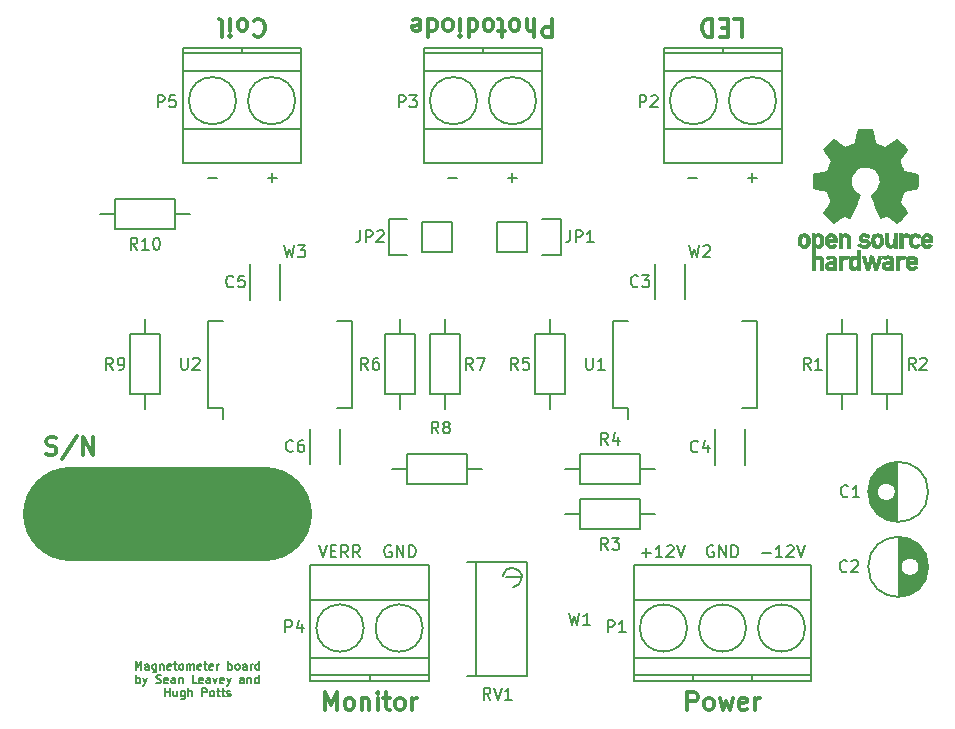
<source format=gbr>
G04 #@! TF.FileFunction,Legend,Top*
%FSLAX46Y46*%
G04 Gerber Fmt 4.6, Leading zero omitted, Abs format (unit mm)*
G04 Created by KiCad (PCBNEW 4.0.2+dfsg1-stable) date Mon 23 Oct 2017 16:48:42 CEST*
%MOMM*%
G01*
G04 APERTURE LIST*
%ADD10C,0.100000*%
%ADD11C,0.150000*%
%ADD12C,0.200000*%
%ADD13C,0.300000*%
%ADD14C,8.000000*%
%ADD15C,0.010000*%
G04 APERTURE END LIST*
D10*
D11*
X123036669Y-127456667D02*
X123036669Y-126756667D01*
X123270002Y-127256667D01*
X123503335Y-126756667D01*
X123503335Y-127456667D01*
X124136669Y-127456667D02*
X124136669Y-127090000D01*
X124103335Y-127023333D01*
X124036669Y-126990000D01*
X123903335Y-126990000D01*
X123836669Y-127023333D01*
X124136669Y-127423333D02*
X124070002Y-127456667D01*
X123903335Y-127456667D01*
X123836669Y-127423333D01*
X123803335Y-127356667D01*
X123803335Y-127290000D01*
X123836669Y-127223333D01*
X123903335Y-127190000D01*
X124070002Y-127190000D01*
X124136669Y-127156667D01*
X124770002Y-126990000D02*
X124770002Y-127556667D01*
X124736668Y-127623333D01*
X124703335Y-127656667D01*
X124636668Y-127690000D01*
X124536668Y-127690000D01*
X124470002Y-127656667D01*
X124770002Y-127423333D02*
X124703335Y-127456667D01*
X124570002Y-127456667D01*
X124503335Y-127423333D01*
X124470002Y-127390000D01*
X124436668Y-127323333D01*
X124436668Y-127123333D01*
X124470002Y-127056667D01*
X124503335Y-127023333D01*
X124570002Y-126990000D01*
X124703335Y-126990000D01*
X124770002Y-127023333D01*
X125103335Y-126990000D02*
X125103335Y-127456667D01*
X125103335Y-127056667D02*
X125136668Y-127023333D01*
X125203335Y-126990000D01*
X125303335Y-126990000D01*
X125370001Y-127023333D01*
X125403335Y-127090000D01*
X125403335Y-127456667D01*
X126003334Y-127423333D02*
X125936668Y-127456667D01*
X125803334Y-127456667D01*
X125736668Y-127423333D01*
X125703334Y-127356667D01*
X125703334Y-127090000D01*
X125736668Y-127023333D01*
X125803334Y-126990000D01*
X125936668Y-126990000D01*
X126003334Y-127023333D01*
X126036668Y-127090000D01*
X126036668Y-127156667D01*
X125703334Y-127223333D01*
X126236668Y-126990000D02*
X126503334Y-126990000D01*
X126336668Y-126756667D02*
X126336668Y-127356667D01*
X126370001Y-127423333D01*
X126436668Y-127456667D01*
X126503334Y-127456667D01*
X126836668Y-127456667D02*
X126770001Y-127423333D01*
X126736668Y-127390000D01*
X126703334Y-127323333D01*
X126703334Y-127123333D01*
X126736668Y-127056667D01*
X126770001Y-127023333D01*
X126836668Y-126990000D01*
X126936668Y-126990000D01*
X127003334Y-127023333D01*
X127036668Y-127056667D01*
X127070001Y-127123333D01*
X127070001Y-127323333D01*
X127036668Y-127390000D01*
X127003334Y-127423333D01*
X126936668Y-127456667D01*
X126836668Y-127456667D01*
X127370001Y-127456667D02*
X127370001Y-126990000D01*
X127370001Y-127056667D02*
X127403334Y-127023333D01*
X127470001Y-126990000D01*
X127570001Y-126990000D01*
X127636667Y-127023333D01*
X127670001Y-127090000D01*
X127670001Y-127456667D01*
X127670001Y-127090000D02*
X127703334Y-127023333D01*
X127770001Y-126990000D01*
X127870001Y-126990000D01*
X127936667Y-127023333D01*
X127970001Y-127090000D01*
X127970001Y-127456667D01*
X128570000Y-127423333D02*
X128503334Y-127456667D01*
X128370000Y-127456667D01*
X128303334Y-127423333D01*
X128270000Y-127356667D01*
X128270000Y-127090000D01*
X128303334Y-127023333D01*
X128370000Y-126990000D01*
X128503334Y-126990000D01*
X128570000Y-127023333D01*
X128603334Y-127090000D01*
X128603334Y-127156667D01*
X128270000Y-127223333D01*
X128803334Y-126990000D02*
X129070000Y-126990000D01*
X128903334Y-126756667D02*
X128903334Y-127356667D01*
X128936667Y-127423333D01*
X129003334Y-127456667D01*
X129070000Y-127456667D01*
X129570000Y-127423333D02*
X129503334Y-127456667D01*
X129370000Y-127456667D01*
X129303334Y-127423333D01*
X129270000Y-127356667D01*
X129270000Y-127090000D01*
X129303334Y-127023333D01*
X129370000Y-126990000D01*
X129503334Y-126990000D01*
X129570000Y-127023333D01*
X129603334Y-127090000D01*
X129603334Y-127156667D01*
X129270000Y-127223333D01*
X129903334Y-127456667D02*
X129903334Y-126990000D01*
X129903334Y-127123333D02*
X129936667Y-127056667D01*
X129970000Y-127023333D01*
X130036667Y-126990000D01*
X130103334Y-126990000D01*
X130870000Y-127456667D02*
X130870000Y-126756667D01*
X130870000Y-127023333D02*
X130936666Y-126990000D01*
X131070000Y-126990000D01*
X131136666Y-127023333D01*
X131170000Y-127056667D01*
X131203333Y-127123333D01*
X131203333Y-127323333D01*
X131170000Y-127390000D01*
X131136666Y-127423333D01*
X131070000Y-127456667D01*
X130936666Y-127456667D01*
X130870000Y-127423333D01*
X131603333Y-127456667D02*
X131536666Y-127423333D01*
X131503333Y-127390000D01*
X131469999Y-127323333D01*
X131469999Y-127123333D01*
X131503333Y-127056667D01*
X131536666Y-127023333D01*
X131603333Y-126990000D01*
X131703333Y-126990000D01*
X131769999Y-127023333D01*
X131803333Y-127056667D01*
X131836666Y-127123333D01*
X131836666Y-127323333D01*
X131803333Y-127390000D01*
X131769999Y-127423333D01*
X131703333Y-127456667D01*
X131603333Y-127456667D01*
X132436666Y-127456667D02*
X132436666Y-127090000D01*
X132403332Y-127023333D01*
X132336666Y-126990000D01*
X132203332Y-126990000D01*
X132136666Y-127023333D01*
X132436666Y-127423333D02*
X132369999Y-127456667D01*
X132203332Y-127456667D01*
X132136666Y-127423333D01*
X132103332Y-127356667D01*
X132103332Y-127290000D01*
X132136666Y-127223333D01*
X132203332Y-127190000D01*
X132369999Y-127190000D01*
X132436666Y-127156667D01*
X132769999Y-127456667D02*
X132769999Y-126990000D01*
X132769999Y-127123333D02*
X132803332Y-127056667D01*
X132836665Y-127023333D01*
X132903332Y-126990000D01*
X132969999Y-126990000D01*
X133503332Y-127456667D02*
X133503332Y-126756667D01*
X133503332Y-127423333D02*
X133436665Y-127456667D01*
X133303332Y-127456667D01*
X133236665Y-127423333D01*
X133203332Y-127390000D01*
X133169998Y-127323333D01*
X133169998Y-127123333D01*
X133203332Y-127056667D01*
X133236665Y-127023333D01*
X133303332Y-126990000D01*
X133436665Y-126990000D01*
X133503332Y-127023333D01*
X123103336Y-128586667D02*
X123103336Y-127886667D01*
X123103336Y-128153333D02*
X123170002Y-128120000D01*
X123303336Y-128120000D01*
X123370002Y-128153333D01*
X123403336Y-128186667D01*
X123436669Y-128253333D01*
X123436669Y-128453333D01*
X123403336Y-128520000D01*
X123370002Y-128553333D01*
X123303336Y-128586667D01*
X123170002Y-128586667D01*
X123103336Y-128553333D01*
X123670002Y-128120000D02*
X123836669Y-128586667D01*
X124003335Y-128120000D02*
X123836669Y-128586667D01*
X123770002Y-128753333D01*
X123736669Y-128786667D01*
X123670002Y-128820000D01*
X124770001Y-128553333D02*
X124870001Y-128586667D01*
X125036668Y-128586667D01*
X125103335Y-128553333D01*
X125136668Y-128520000D01*
X125170001Y-128453333D01*
X125170001Y-128386667D01*
X125136668Y-128320000D01*
X125103335Y-128286667D01*
X125036668Y-128253333D01*
X124903335Y-128220000D01*
X124836668Y-128186667D01*
X124803335Y-128153333D01*
X124770001Y-128086667D01*
X124770001Y-128020000D01*
X124803335Y-127953333D01*
X124836668Y-127920000D01*
X124903335Y-127886667D01*
X125070001Y-127886667D01*
X125170001Y-127920000D01*
X125736668Y-128553333D02*
X125670002Y-128586667D01*
X125536668Y-128586667D01*
X125470002Y-128553333D01*
X125436668Y-128486667D01*
X125436668Y-128220000D01*
X125470002Y-128153333D01*
X125536668Y-128120000D01*
X125670002Y-128120000D01*
X125736668Y-128153333D01*
X125770002Y-128220000D01*
X125770002Y-128286667D01*
X125436668Y-128353333D01*
X126370002Y-128586667D02*
X126370002Y-128220000D01*
X126336668Y-128153333D01*
X126270002Y-128120000D01*
X126136668Y-128120000D01*
X126070002Y-128153333D01*
X126370002Y-128553333D02*
X126303335Y-128586667D01*
X126136668Y-128586667D01*
X126070002Y-128553333D01*
X126036668Y-128486667D01*
X126036668Y-128420000D01*
X126070002Y-128353333D01*
X126136668Y-128320000D01*
X126303335Y-128320000D01*
X126370002Y-128286667D01*
X126703335Y-128120000D02*
X126703335Y-128586667D01*
X126703335Y-128186667D02*
X126736668Y-128153333D01*
X126803335Y-128120000D01*
X126903335Y-128120000D01*
X126970001Y-128153333D01*
X127003335Y-128220000D01*
X127003335Y-128586667D01*
X128203334Y-128586667D02*
X127870001Y-128586667D01*
X127870001Y-127886667D01*
X128703334Y-128553333D02*
X128636668Y-128586667D01*
X128503334Y-128586667D01*
X128436668Y-128553333D01*
X128403334Y-128486667D01*
X128403334Y-128220000D01*
X128436668Y-128153333D01*
X128503334Y-128120000D01*
X128636668Y-128120000D01*
X128703334Y-128153333D01*
X128736668Y-128220000D01*
X128736668Y-128286667D01*
X128403334Y-128353333D01*
X129336668Y-128586667D02*
X129336668Y-128220000D01*
X129303334Y-128153333D01*
X129236668Y-128120000D01*
X129103334Y-128120000D01*
X129036668Y-128153333D01*
X129336668Y-128553333D02*
X129270001Y-128586667D01*
X129103334Y-128586667D01*
X129036668Y-128553333D01*
X129003334Y-128486667D01*
X129003334Y-128420000D01*
X129036668Y-128353333D01*
X129103334Y-128320000D01*
X129270001Y-128320000D01*
X129336668Y-128286667D01*
X129603334Y-128120000D02*
X129770001Y-128586667D01*
X129936667Y-128120000D01*
X130470000Y-128553333D02*
X130403334Y-128586667D01*
X130270000Y-128586667D01*
X130203334Y-128553333D01*
X130170000Y-128486667D01*
X130170000Y-128220000D01*
X130203334Y-128153333D01*
X130270000Y-128120000D01*
X130403334Y-128120000D01*
X130470000Y-128153333D01*
X130503334Y-128220000D01*
X130503334Y-128286667D01*
X130170000Y-128353333D01*
X130736667Y-128120000D02*
X130903334Y-128586667D01*
X131070000Y-128120000D02*
X130903334Y-128586667D01*
X130836667Y-128753333D01*
X130803334Y-128786667D01*
X130736667Y-128820000D01*
X132170000Y-128586667D02*
X132170000Y-128220000D01*
X132136666Y-128153333D01*
X132070000Y-128120000D01*
X131936666Y-128120000D01*
X131870000Y-128153333D01*
X132170000Y-128553333D02*
X132103333Y-128586667D01*
X131936666Y-128586667D01*
X131870000Y-128553333D01*
X131836666Y-128486667D01*
X131836666Y-128420000D01*
X131870000Y-128353333D01*
X131936666Y-128320000D01*
X132103333Y-128320000D01*
X132170000Y-128286667D01*
X132503333Y-128120000D02*
X132503333Y-128586667D01*
X132503333Y-128186667D02*
X132536666Y-128153333D01*
X132603333Y-128120000D01*
X132703333Y-128120000D01*
X132769999Y-128153333D01*
X132803333Y-128220000D01*
X132803333Y-128586667D01*
X133436666Y-128586667D02*
X133436666Y-127886667D01*
X133436666Y-128553333D02*
X133369999Y-128586667D01*
X133236666Y-128586667D01*
X133169999Y-128553333D01*
X133136666Y-128520000D01*
X133103332Y-128453333D01*
X133103332Y-128253333D01*
X133136666Y-128186667D01*
X133169999Y-128153333D01*
X133236666Y-128120000D01*
X133369999Y-128120000D01*
X133436666Y-128153333D01*
X125503335Y-129716667D02*
X125503335Y-129016667D01*
X125503335Y-129350000D02*
X125903335Y-129350000D01*
X125903335Y-129716667D02*
X125903335Y-129016667D01*
X126536668Y-129250000D02*
X126536668Y-129716667D01*
X126236668Y-129250000D02*
X126236668Y-129616667D01*
X126270001Y-129683333D01*
X126336668Y-129716667D01*
X126436668Y-129716667D01*
X126503334Y-129683333D01*
X126536668Y-129650000D01*
X127170001Y-129250000D02*
X127170001Y-129816667D01*
X127136667Y-129883333D01*
X127103334Y-129916667D01*
X127036667Y-129950000D01*
X126936667Y-129950000D01*
X126870001Y-129916667D01*
X127170001Y-129683333D02*
X127103334Y-129716667D01*
X126970001Y-129716667D01*
X126903334Y-129683333D01*
X126870001Y-129650000D01*
X126836667Y-129583333D01*
X126836667Y-129383333D01*
X126870001Y-129316667D01*
X126903334Y-129283333D01*
X126970001Y-129250000D01*
X127103334Y-129250000D01*
X127170001Y-129283333D01*
X127503334Y-129716667D02*
X127503334Y-129016667D01*
X127803334Y-129716667D02*
X127803334Y-129350000D01*
X127770000Y-129283333D01*
X127703334Y-129250000D01*
X127603334Y-129250000D01*
X127536667Y-129283333D01*
X127503334Y-129316667D01*
X128670000Y-129716667D02*
X128670000Y-129016667D01*
X128936666Y-129016667D01*
X129003333Y-129050000D01*
X129036666Y-129083333D01*
X129070000Y-129150000D01*
X129070000Y-129250000D01*
X129036666Y-129316667D01*
X129003333Y-129350000D01*
X128936666Y-129383333D01*
X128670000Y-129383333D01*
X129470000Y-129716667D02*
X129403333Y-129683333D01*
X129370000Y-129650000D01*
X129336666Y-129583333D01*
X129336666Y-129383333D01*
X129370000Y-129316667D01*
X129403333Y-129283333D01*
X129470000Y-129250000D01*
X129570000Y-129250000D01*
X129636666Y-129283333D01*
X129670000Y-129316667D01*
X129703333Y-129383333D01*
X129703333Y-129583333D01*
X129670000Y-129650000D01*
X129636666Y-129683333D01*
X129570000Y-129716667D01*
X129470000Y-129716667D01*
X129903333Y-129250000D02*
X130169999Y-129250000D01*
X130003333Y-129016667D02*
X130003333Y-129616667D01*
X130036666Y-129683333D01*
X130103333Y-129716667D01*
X130169999Y-129716667D01*
X130303333Y-129250000D02*
X130569999Y-129250000D01*
X130403333Y-129016667D02*
X130403333Y-129616667D01*
X130436666Y-129683333D01*
X130503333Y-129716667D01*
X130569999Y-129716667D01*
X130769999Y-129683333D02*
X130836666Y-129716667D01*
X130969999Y-129716667D01*
X131036666Y-129683333D01*
X131069999Y-129616667D01*
X131069999Y-129583333D01*
X131036666Y-129516667D01*
X130969999Y-129483333D01*
X130869999Y-129483333D01*
X130803333Y-129450000D01*
X130769999Y-129383333D01*
X130769999Y-129350000D01*
X130803333Y-129283333D01*
X130869999Y-129250000D01*
X130969999Y-129250000D01*
X131036666Y-129283333D01*
D12*
X176038095Y-117546429D02*
X176800000Y-117546429D01*
X177800000Y-117927381D02*
X177228571Y-117927381D01*
X177514285Y-117927381D02*
X177514285Y-116927381D01*
X177419047Y-117070238D01*
X177323809Y-117165476D01*
X177228571Y-117213095D01*
X178180952Y-117022619D02*
X178228571Y-116975000D01*
X178323809Y-116927381D01*
X178561905Y-116927381D01*
X178657143Y-116975000D01*
X178704762Y-117022619D01*
X178752381Y-117117857D01*
X178752381Y-117213095D01*
X178704762Y-117355952D01*
X178133333Y-117927381D01*
X178752381Y-117927381D01*
X179038095Y-116927381D02*
X179371428Y-117927381D01*
X179704762Y-116927381D01*
X171958096Y-116975000D02*
X171862858Y-116927381D01*
X171720001Y-116927381D01*
X171577143Y-116975000D01*
X171481905Y-117070238D01*
X171434286Y-117165476D01*
X171386667Y-117355952D01*
X171386667Y-117498810D01*
X171434286Y-117689286D01*
X171481905Y-117784524D01*
X171577143Y-117879762D01*
X171720001Y-117927381D01*
X171815239Y-117927381D01*
X171958096Y-117879762D01*
X172005715Y-117832143D01*
X172005715Y-117498810D01*
X171815239Y-117498810D01*
X172434286Y-117927381D02*
X172434286Y-116927381D01*
X173005715Y-117927381D01*
X173005715Y-116927381D01*
X173481905Y-117927381D02*
X173481905Y-116927381D01*
X173720000Y-116927381D01*
X173862858Y-116975000D01*
X173958096Y-117070238D01*
X174005715Y-117165476D01*
X174053334Y-117355952D01*
X174053334Y-117498810D01*
X174005715Y-117689286D01*
X173958096Y-117784524D01*
X173862858Y-117879762D01*
X173720000Y-117927381D01*
X173481905Y-117927381D01*
X165878095Y-117546429D02*
X166640000Y-117546429D01*
X166259048Y-117927381D02*
X166259048Y-117165476D01*
X167640000Y-117927381D02*
X167068571Y-117927381D01*
X167354285Y-117927381D02*
X167354285Y-116927381D01*
X167259047Y-117070238D01*
X167163809Y-117165476D01*
X167068571Y-117213095D01*
X168020952Y-117022619D02*
X168068571Y-116975000D01*
X168163809Y-116927381D01*
X168401905Y-116927381D01*
X168497143Y-116975000D01*
X168544762Y-117022619D01*
X168592381Y-117117857D01*
X168592381Y-117213095D01*
X168544762Y-117355952D01*
X167973333Y-117927381D01*
X168592381Y-117927381D01*
X168878095Y-116927381D02*
X169211428Y-117927381D01*
X169544762Y-116927381D01*
X138549286Y-116927381D02*
X138882619Y-117927381D01*
X139215953Y-116927381D01*
X139549286Y-117403571D02*
X139882620Y-117403571D01*
X140025477Y-117927381D02*
X139549286Y-117927381D01*
X139549286Y-116927381D01*
X140025477Y-116927381D01*
X141025477Y-117927381D02*
X140692143Y-117451190D01*
X140454048Y-117927381D02*
X140454048Y-116927381D01*
X140835001Y-116927381D01*
X140930239Y-116975000D01*
X140977858Y-117022619D01*
X141025477Y-117117857D01*
X141025477Y-117260714D01*
X140977858Y-117355952D01*
X140930239Y-117403571D01*
X140835001Y-117451190D01*
X140454048Y-117451190D01*
X142025477Y-117927381D02*
X141692143Y-117451190D01*
X141454048Y-117927381D02*
X141454048Y-116927381D01*
X141835001Y-116927381D01*
X141930239Y-116975000D01*
X141977858Y-117022619D01*
X142025477Y-117117857D01*
X142025477Y-117260714D01*
X141977858Y-117355952D01*
X141930239Y-117403571D01*
X141835001Y-117451190D01*
X141454048Y-117451190D01*
X144653096Y-116975000D02*
X144557858Y-116927381D01*
X144415001Y-116927381D01*
X144272143Y-116975000D01*
X144176905Y-117070238D01*
X144129286Y-117165476D01*
X144081667Y-117355952D01*
X144081667Y-117498810D01*
X144129286Y-117689286D01*
X144176905Y-117784524D01*
X144272143Y-117879762D01*
X144415001Y-117927381D01*
X144510239Y-117927381D01*
X144653096Y-117879762D01*
X144700715Y-117832143D01*
X144700715Y-117498810D01*
X144510239Y-117498810D01*
X145129286Y-117927381D02*
X145129286Y-116927381D01*
X145700715Y-117927381D01*
X145700715Y-116927381D01*
X146176905Y-117927381D02*
X146176905Y-116927381D01*
X146415000Y-116927381D01*
X146557858Y-116975000D01*
X146653096Y-117070238D01*
X146700715Y-117165476D01*
X146748334Y-117355952D01*
X146748334Y-117498810D01*
X146700715Y-117689286D01*
X146653096Y-117784524D01*
X146557858Y-117879762D01*
X146415000Y-117927381D01*
X146176905Y-117927381D01*
X169799048Y-85796429D02*
X170560953Y-85796429D01*
X174879048Y-85796429D02*
X175640953Y-85796429D01*
X175260001Y-86177381D02*
X175260001Y-85415476D01*
X154559048Y-85796429D02*
X155320953Y-85796429D01*
X154940001Y-86177381D02*
X154940001Y-85415476D01*
X149479048Y-85796429D02*
X150240953Y-85796429D01*
X134239048Y-85796429D02*
X135000953Y-85796429D01*
X134620001Y-86177381D02*
X134620001Y-85415476D01*
X129159048Y-85796429D02*
X129920953Y-85796429D01*
D13*
X173684285Y-72346429D02*
X174398571Y-72346429D01*
X174398571Y-73846429D01*
X173184285Y-73132143D02*
X172684285Y-73132143D01*
X172469999Y-72346429D02*
X173184285Y-72346429D01*
X173184285Y-73846429D01*
X172469999Y-73846429D01*
X171827142Y-72346429D02*
X171827142Y-73846429D01*
X171469999Y-73846429D01*
X171255714Y-73775000D01*
X171112856Y-73632143D01*
X171041428Y-73489286D01*
X170969999Y-73203571D01*
X170969999Y-72989286D01*
X171041428Y-72703571D01*
X171112856Y-72560714D01*
X171255714Y-72417857D01*
X171469999Y-72346429D01*
X171827142Y-72346429D01*
X158292857Y-72346429D02*
X158292857Y-73846429D01*
X157721429Y-73846429D01*
X157578571Y-73775000D01*
X157507143Y-73703571D01*
X157435714Y-73560714D01*
X157435714Y-73346429D01*
X157507143Y-73203571D01*
X157578571Y-73132143D01*
X157721429Y-73060714D01*
X158292857Y-73060714D01*
X156792857Y-72346429D02*
X156792857Y-73846429D01*
X156150000Y-72346429D02*
X156150000Y-73132143D01*
X156221429Y-73275000D01*
X156364286Y-73346429D01*
X156578571Y-73346429D01*
X156721429Y-73275000D01*
X156792857Y-73203571D01*
X155221428Y-72346429D02*
X155364286Y-72417857D01*
X155435714Y-72489286D01*
X155507143Y-72632143D01*
X155507143Y-73060714D01*
X155435714Y-73203571D01*
X155364286Y-73275000D01*
X155221428Y-73346429D01*
X155007143Y-73346429D01*
X154864286Y-73275000D01*
X154792857Y-73203571D01*
X154721428Y-73060714D01*
X154721428Y-72632143D01*
X154792857Y-72489286D01*
X154864286Y-72417857D01*
X155007143Y-72346429D01*
X155221428Y-72346429D01*
X154292857Y-73346429D02*
X153721428Y-73346429D01*
X154078571Y-73846429D02*
X154078571Y-72560714D01*
X154007143Y-72417857D01*
X153864285Y-72346429D01*
X153721428Y-72346429D01*
X153007142Y-72346429D02*
X153150000Y-72417857D01*
X153221428Y-72489286D01*
X153292857Y-72632143D01*
X153292857Y-73060714D01*
X153221428Y-73203571D01*
X153150000Y-73275000D01*
X153007142Y-73346429D01*
X152792857Y-73346429D01*
X152650000Y-73275000D01*
X152578571Y-73203571D01*
X152507142Y-73060714D01*
X152507142Y-72632143D01*
X152578571Y-72489286D01*
X152650000Y-72417857D01*
X152792857Y-72346429D01*
X153007142Y-72346429D01*
X151221428Y-72346429D02*
X151221428Y-73846429D01*
X151221428Y-72417857D02*
X151364285Y-72346429D01*
X151649999Y-72346429D01*
X151792857Y-72417857D01*
X151864285Y-72489286D01*
X151935714Y-72632143D01*
X151935714Y-73060714D01*
X151864285Y-73203571D01*
X151792857Y-73275000D01*
X151649999Y-73346429D01*
X151364285Y-73346429D01*
X151221428Y-73275000D01*
X150507142Y-72346429D02*
X150507142Y-73346429D01*
X150507142Y-73846429D02*
X150578571Y-73775000D01*
X150507142Y-73703571D01*
X150435714Y-73775000D01*
X150507142Y-73846429D01*
X150507142Y-73703571D01*
X149578570Y-72346429D02*
X149721428Y-72417857D01*
X149792856Y-72489286D01*
X149864285Y-72632143D01*
X149864285Y-73060714D01*
X149792856Y-73203571D01*
X149721428Y-73275000D01*
X149578570Y-73346429D01*
X149364285Y-73346429D01*
X149221428Y-73275000D01*
X149149999Y-73203571D01*
X149078570Y-73060714D01*
X149078570Y-72632143D01*
X149149999Y-72489286D01*
X149221428Y-72417857D01*
X149364285Y-72346429D01*
X149578570Y-72346429D01*
X147792856Y-72346429D02*
X147792856Y-73846429D01*
X147792856Y-72417857D02*
X147935713Y-72346429D01*
X148221427Y-72346429D01*
X148364285Y-72417857D01*
X148435713Y-72489286D01*
X148507142Y-72632143D01*
X148507142Y-73060714D01*
X148435713Y-73203571D01*
X148364285Y-73275000D01*
X148221427Y-73346429D01*
X147935713Y-73346429D01*
X147792856Y-73275000D01*
X146507142Y-72417857D02*
X146649999Y-72346429D01*
X146935713Y-72346429D01*
X147078570Y-72417857D01*
X147149999Y-72560714D01*
X147149999Y-73132143D01*
X147078570Y-73275000D01*
X146935713Y-73346429D01*
X146649999Y-73346429D01*
X146507142Y-73275000D01*
X146435713Y-73132143D01*
X146435713Y-72989286D01*
X147149999Y-72846429D01*
X133044285Y-72489286D02*
X133115714Y-72417857D01*
X133330000Y-72346429D01*
X133472857Y-72346429D01*
X133687142Y-72417857D01*
X133830000Y-72560714D01*
X133901428Y-72703571D01*
X133972857Y-72989286D01*
X133972857Y-73203571D01*
X133901428Y-73489286D01*
X133830000Y-73632143D01*
X133687142Y-73775000D01*
X133472857Y-73846429D01*
X133330000Y-73846429D01*
X133115714Y-73775000D01*
X133044285Y-73703571D01*
X132187142Y-72346429D02*
X132330000Y-72417857D01*
X132401428Y-72489286D01*
X132472857Y-72632143D01*
X132472857Y-73060714D01*
X132401428Y-73203571D01*
X132330000Y-73275000D01*
X132187142Y-73346429D01*
X131972857Y-73346429D01*
X131830000Y-73275000D01*
X131758571Y-73203571D01*
X131687142Y-73060714D01*
X131687142Y-72632143D01*
X131758571Y-72489286D01*
X131830000Y-72417857D01*
X131972857Y-72346429D01*
X132187142Y-72346429D01*
X131044285Y-72346429D02*
X131044285Y-73346429D01*
X131044285Y-73846429D02*
X131115714Y-73775000D01*
X131044285Y-73703571D01*
X130972857Y-73775000D01*
X131044285Y-73846429D01*
X131044285Y-73703571D01*
X130115713Y-72346429D02*
X130258571Y-72417857D01*
X130329999Y-72560714D01*
X130329999Y-73846429D01*
X169755715Y-130853571D02*
X169755715Y-129353571D01*
X170327143Y-129353571D01*
X170470001Y-129425000D01*
X170541429Y-129496429D01*
X170612858Y-129639286D01*
X170612858Y-129853571D01*
X170541429Y-129996429D01*
X170470001Y-130067857D01*
X170327143Y-130139286D01*
X169755715Y-130139286D01*
X171470001Y-130853571D02*
X171327143Y-130782143D01*
X171255715Y-130710714D01*
X171184286Y-130567857D01*
X171184286Y-130139286D01*
X171255715Y-129996429D01*
X171327143Y-129925000D01*
X171470001Y-129853571D01*
X171684286Y-129853571D01*
X171827143Y-129925000D01*
X171898572Y-129996429D01*
X171970001Y-130139286D01*
X171970001Y-130567857D01*
X171898572Y-130710714D01*
X171827143Y-130782143D01*
X171684286Y-130853571D01*
X171470001Y-130853571D01*
X172470001Y-129853571D02*
X172755715Y-130853571D01*
X173041429Y-130139286D01*
X173327144Y-130853571D01*
X173612858Y-129853571D01*
X174755715Y-130782143D02*
X174612858Y-130853571D01*
X174327144Y-130853571D01*
X174184287Y-130782143D01*
X174112858Y-130639286D01*
X174112858Y-130067857D01*
X174184287Y-129925000D01*
X174327144Y-129853571D01*
X174612858Y-129853571D01*
X174755715Y-129925000D01*
X174827144Y-130067857D01*
X174827144Y-130210714D01*
X174112858Y-130353571D01*
X175470001Y-130853571D02*
X175470001Y-129853571D01*
X175470001Y-130139286D02*
X175541429Y-129996429D01*
X175612858Y-129925000D01*
X175755715Y-129853571D01*
X175898572Y-129853571D01*
X139089286Y-130853571D02*
X139089286Y-129353571D01*
X139589286Y-130425000D01*
X140089286Y-129353571D01*
X140089286Y-130853571D01*
X141017858Y-130853571D02*
X140875000Y-130782143D01*
X140803572Y-130710714D01*
X140732143Y-130567857D01*
X140732143Y-130139286D01*
X140803572Y-129996429D01*
X140875000Y-129925000D01*
X141017858Y-129853571D01*
X141232143Y-129853571D01*
X141375000Y-129925000D01*
X141446429Y-129996429D01*
X141517858Y-130139286D01*
X141517858Y-130567857D01*
X141446429Y-130710714D01*
X141375000Y-130782143D01*
X141232143Y-130853571D01*
X141017858Y-130853571D01*
X142160715Y-129853571D02*
X142160715Y-130853571D01*
X142160715Y-129996429D02*
X142232143Y-129925000D01*
X142375001Y-129853571D01*
X142589286Y-129853571D01*
X142732143Y-129925000D01*
X142803572Y-130067857D01*
X142803572Y-130853571D01*
X143517858Y-130853571D02*
X143517858Y-129853571D01*
X143517858Y-129353571D02*
X143446429Y-129425000D01*
X143517858Y-129496429D01*
X143589286Y-129425000D01*
X143517858Y-129353571D01*
X143517858Y-129496429D01*
X144017858Y-129853571D02*
X144589287Y-129853571D01*
X144232144Y-129353571D02*
X144232144Y-130639286D01*
X144303572Y-130782143D01*
X144446430Y-130853571D01*
X144589287Y-130853571D01*
X145303573Y-130853571D02*
X145160715Y-130782143D01*
X145089287Y-130710714D01*
X145017858Y-130567857D01*
X145017858Y-130139286D01*
X145089287Y-129996429D01*
X145160715Y-129925000D01*
X145303573Y-129853571D01*
X145517858Y-129853571D01*
X145660715Y-129925000D01*
X145732144Y-129996429D01*
X145803573Y-130139286D01*
X145803573Y-130567857D01*
X145732144Y-130710714D01*
X145660715Y-130782143D01*
X145517858Y-130853571D01*
X145303573Y-130853571D01*
X146446430Y-130853571D02*
X146446430Y-129853571D01*
X146446430Y-130139286D02*
X146517858Y-129996429D01*
X146589287Y-129925000D01*
X146732144Y-129853571D01*
X146875001Y-129853571D01*
X115475000Y-109192143D02*
X115689286Y-109263571D01*
X116046429Y-109263571D01*
X116189286Y-109192143D01*
X116260715Y-109120714D01*
X116332143Y-108977857D01*
X116332143Y-108835000D01*
X116260715Y-108692143D01*
X116189286Y-108620714D01*
X116046429Y-108549286D01*
X115760715Y-108477857D01*
X115617857Y-108406429D01*
X115546429Y-108335000D01*
X115475000Y-108192143D01*
X115475000Y-108049286D01*
X115546429Y-107906429D01*
X115617857Y-107835000D01*
X115760715Y-107763571D01*
X116117857Y-107763571D01*
X116332143Y-107835000D01*
X118046428Y-107692143D02*
X116760714Y-109620714D01*
X118546429Y-109263571D02*
X118546429Y-107763571D01*
X119403572Y-109263571D01*
X119403572Y-107763571D01*
D14*
X117475000Y-114300000D02*
X133985000Y-114300000D01*
D11*
X187520000Y-114894000D02*
X187520000Y-109896000D01*
X187380000Y-114886000D02*
X187380000Y-112549000D01*
X187380000Y-112241000D02*
X187380000Y-109904000D01*
X187240000Y-114870000D02*
X187240000Y-112868000D01*
X187240000Y-111922000D02*
X187240000Y-109920000D01*
X187100000Y-114846000D02*
X187100000Y-113015000D01*
X187100000Y-111775000D02*
X187100000Y-109944000D01*
X186960000Y-114813000D02*
X186960000Y-113107000D01*
X186960000Y-111683000D02*
X186960000Y-109977000D01*
X186820000Y-114772000D02*
X186820000Y-113163000D01*
X186820000Y-111627000D02*
X186820000Y-110018000D01*
X186680000Y-114722000D02*
X186680000Y-113190000D01*
X186680000Y-111600000D02*
X186680000Y-110068000D01*
X186540000Y-114661000D02*
X186540000Y-113193000D01*
X186540000Y-111597000D02*
X186540000Y-110129000D01*
X186400000Y-114591000D02*
X186400000Y-113171000D01*
X186400000Y-111619000D02*
X186400000Y-110199000D01*
X186260000Y-114509000D02*
X186260000Y-113121000D01*
X186260000Y-111669000D02*
X186260000Y-110281000D01*
X186120000Y-114414000D02*
X186120000Y-113039000D01*
X186120000Y-111751000D02*
X186120000Y-110376000D01*
X185980000Y-114303000D02*
X185980000Y-112907000D01*
X185980000Y-111883000D02*
X185980000Y-110487000D01*
X185840000Y-114175000D02*
X185840000Y-112660000D01*
X185840000Y-112130000D02*
X185840000Y-110615000D01*
X185700000Y-114026000D02*
X185700000Y-110764000D01*
X185560000Y-113847000D02*
X185560000Y-110943000D01*
X185420000Y-113628000D02*
X185420000Y-111162000D01*
X185280000Y-113339000D02*
X185280000Y-111451000D01*
X185140000Y-112867000D02*
X185140000Y-111923000D01*
X187395000Y-112395000D02*
G75*
G03X187395000Y-112395000I-800000J0D01*
G01*
X190132500Y-112395000D02*
G75*
G03X190132500Y-112395000I-2537500J0D01*
G01*
X187670000Y-116246000D02*
X187670000Y-121244000D01*
X187810000Y-116254000D02*
X187810000Y-118591000D01*
X187810000Y-118899000D02*
X187810000Y-121236000D01*
X187950000Y-116270000D02*
X187950000Y-118272000D01*
X187950000Y-119218000D02*
X187950000Y-121220000D01*
X188090000Y-116294000D02*
X188090000Y-118125000D01*
X188090000Y-119365000D02*
X188090000Y-121196000D01*
X188230000Y-116327000D02*
X188230000Y-118033000D01*
X188230000Y-119457000D02*
X188230000Y-121163000D01*
X188370000Y-116368000D02*
X188370000Y-117977000D01*
X188370000Y-119513000D02*
X188370000Y-121122000D01*
X188510000Y-116418000D02*
X188510000Y-117950000D01*
X188510000Y-119540000D02*
X188510000Y-121072000D01*
X188650000Y-116479000D02*
X188650000Y-117947000D01*
X188650000Y-119543000D02*
X188650000Y-121011000D01*
X188790000Y-116549000D02*
X188790000Y-117969000D01*
X188790000Y-119521000D02*
X188790000Y-120941000D01*
X188930000Y-116631000D02*
X188930000Y-118019000D01*
X188930000Y-119471000D02*
X188930000Y-120859000D01*
X189070000Y-116726000D02*
X189070000Y-118101000D01*
X189070000Y-119389000D02*
X189070000Y-120764000D01*
X189210000Y-116837000D02*
X189210000Y-118233000D01*
X189210000Y-119257000D02*
X189210000Y-120653000D01*
X189350000Y-116965000D02*
X189350000Y-118480000D01*
X189350000Y-119010000D02*
X189350000Y-120525000D01*
X189490000Y-117114000D02*
X189490000Y-120376000D01*
X189630000Y-117293000D02*
X189630000Y-120197000D01*
X189770000Y-117512000D02*
X189770000Y-119978000D01*
X189910000Y-117801000D02*
X189910000Y-119689000D01*
X190050000Y-118273000D02*
X190050000Y-119217000D01*
X189395000Y-118745000D02*
G75*
G03X189395000Y-118745000I-800000J0D01*
G01*
X190132500Y-118745000D02*
G75*
G03X190132500Y-118745000I-2537500J0D01*
G01*
X167025000Y-96095000D02*
X167025000Y-93095000D01*
X169525000Y-93095000D02*
X169525000Y-96095000D01*
X174605000Y-107105000D02*
X174605000Y-110105000D01*
X172105000Y-110105000D02*
X172105000Y-107105000D01*
X132735000Y-96135000D02*
X132735000Y-93135000D01*
X135235000Y-93135000D02*
X135235000Y-96135000D01*
X140315000Y-107065000D02*
X140315000Y-110065000D01*
X137815000Y-110065000D02*
X137815000Y-107065000D01*
X156210000Y-92075000D02*
X153670000Y-92075000D01*
X159030000Y-92355000D02*
X157480000Y-92355000D01*
X156210000Y-92075000D02*
X156210000Y-89535000D01*
X157480000Y-89255000D02*
X159030000Y-89255000D01*
X159030000Y-89255000D02*
X159030000Y-92355000D01*
X156210000Y-89535000D02*
X153670000Y-89535000D01*
X153670000Y-89535000D02*
X153670000Y-92075000D01*
X147320000Y-89535000D02*
X149860000Y-89535000D01*
X144500000Y-89255000D02*
X146050000Y-89255000D01*
X147320000Y-89535000D02*
X147320000Y-92075000D01*
X146050000Y-92355000D02*
X144500000Y-92355000D01*
X144500000Y-92355000D02*
X144500000Y-89255000D01*
X147320000Y-92075000D02*
X149860000Y-92075000D01*
X149860000Y-92075000D02*
X149860000Y-89535000D01*
X179720000Y-123925000D02*
G75*
G03X179720000Y-123925000I-2000000J0D01*
G01*
X175220000Y-127925000D02*
X175220000Y-128425000D01*
X170220000Y-127925000D02*
X170220000Y-128425000D01*
X174720000Y-123925000D02*
G75*
G03X174720000Y-123925000I-2000000J0D01*
G01*
X169720000Y-123925000D02*
G75*
G03X169720000Y-123925000I-2000000J0D01*
G01*
X165220000Y-126425000D02*
X180220000Y-126425000D01*
X165220000Y-121525000D02*
X180220000Y-121525000D01*
X165220000Y-127925000D02*
X180220000Y-127925000D01*
X165220000Y-128425000D02*
X180220000Y-128425000D01*
X180220000Y-128425000D02*
X180220000Y-118625000D01*
X180220000Y-118625000D02*
X165220000Y-118625000D01*
X165220000Y-118625000D02*
X165220000Y-128425000D01*
X172760000Y-75275000D02*
X172760000Y-74775000D01*
X172260000Y-79275000D02*
G75*
G03X172260000Y-79275000I-2000000J0D01*
G01*
X177260000Y-79275000D02*
G75*
G03X177260000Y-79275000I-2000000J0D01*
G01*
X177760000Y-76775000D02*
X167760000Y-76775000D01*
X177760000Y-81675000D02*
X167760000Y-81675000D01*
X177760000Y-75275000D02*
X167760000Y-75275000D01*
X177760000Y-74775000D02*
X167760000Y-74775000D01*
X167760000Y-74775000D02*
X167760000Y-84575000D01*
X167760000Y-84575000D02*
X177760000Y-84575000D01*
X177760000Y-84575000D02*
X177760000Y-74775000D01*
X152440000Y-75275000D02*
X152440000Y-74775000D01*
X151940000Y-79275000D02*
G75*
G03X151940000Y-79275000I-2000000J0D01*
G01*
X156940000Y-79275000D02*
G75*
G03X156940000Y-79275000I-2000000J0D01*
G01*
X157440000Y-76775000D02*
X147440000Y-76775000D01*
X157440000Y-81675000D02*
X147440000Y-81675000D01*
X157440000Y-75275000D02*
X147440000Y-75275000D01*
X157440000Y-74775000D02*
X147440000Y-74775000D01*
X147440000Y-74775000D02*
X147440000Y-84575000D01*
X147440000Y-84575000D02*
X157440000Y-84575000D01*
X157440000Y-84575000D02*
X157440000Y-74775000D01*
X142835000Y-127925000D02*
X142835000Y-128425000D01*
X147335000Y-123925000D02*
G75*
G03X147335000Y-123925000I-2000000J0D01*
G01*
X142335000Y-123925000D02*
G75*
G03X142335000Y-123925000I-2000000J0D01*
G01*
X137835000Y-126425000D02*
X147835000Y-126425000D01*
X137835000Y-121525000D02*
X147835000Y-121525000D01*
X137835000Y-127925000D02*
X147835000Y-127925000D01*
X137835000Y-128425000D02*
X147835000Y-128425000D01*
X147835000Y-128425000D02*
X147835000Y-118625000D01*
X147835000Y-118625000D02*
X137835000Y-118625000D01*
X137835000Y-118625000D02*
X137835000Y-128425000D01*
X132040000Y-75275000D02*
X132040000Y-74775000D01*
X131540000Y-79275000D02*
G75*
G03X131540000Y-79275000I-2000000J0D01*
G01*
X136540000Y-79275000D02*
G75*
G03X136540000Y-79275000I-2000000J0D01*
G01*
X137040000Y-76775000D02*
X127040000Y-76775000D01*
X137040000Y-81675000D02*
X127040000Y-81675000D01*
X137040000Y-75275000D02*
X127040000Y-75275000D01*
X137040000Y-74775000D02*
X127040000Y-74775000D01*
X127040000Y-74775000D02*
X127040000Y-84575000D01*
X127040000Y-84575000D02*
X137040000Y-84575000D01*
X137040000Y-84575000D02*
X137040000Y-74775000D01*
X181610000Y-104140000D02*
X181610000Y-99060000D01*
X181610000Y-99060000D02*
X184150000Y-99060000D01*
X184150000Y-99060000D02*
X184150000Y-104140000D01*
X184150000Y-104140000D02*
X181610000Y-104140000D01*
X182880000Y-104140000D02*
X182880000Y-105410000D01*
X182880000Y-99060000D02*
X182880000Y-97790000D01*
X185420000Y-104140000D02*
X185420000Y-99060000D01*
X185420000Y-99060000D02*
X187960000Y-99060000D01*
X187960000Y-99060000D02*
X187960000Y-104140000D01*
X187960000Y-104140000D02*
X185420000Y-104140000D01*
X186690000Y-104140000D02*
X186690000Y-105410000D01*
X186690000Y-99060000D02*
X186690000Y-97790000D01*
X165735000Y-115570000D02*
X160655000Y-115570000D01*
X160655000Y-115570000D02*
X160655000Y-113030000D01*
X160655000Y-113030000D02*
X165735000Y-113030000D01*
X165735000Y-113030000D02*
X165735000Y-115570000D01*
X165735000Y-114300000D02*
X167005000Y-114300000D01*
X160655000Y-114300000D02*
X159385000Y-114300000D01*
X165735000Y-111760000D02*
X160655000Y-111760000D01*
X160655000Y-111760000D02*
X160655000Y-109220000D01*
X160655000Y-109220000D02*
X165735000Y-109220000D01*
X165735000Y-109220000D02*
X165735000Y-111760000D01*
X165735000Y-110490000D02*
X167005000Y-110490000D01*
X160655000Y-110490000D02*
X159385000Y-110490000D01*
X159385000Y-99060000D02*
X159385000Y-104140000D01*
X159385000Y-104140000D02*
X156845000Y-104140000D01*
X156845000Y-104140000D02*
X156845000Y-99060000D01*
X156845000Y-99060000D02*
X159385000Y-99060000D01*
X158115000Y-99060000D02*
X158115000Y-97790000D01*
X158115000Y-104140000D02*
X158115000Y-105410000D01*
X144145000Y-104140000D02*
X144145000Y-99060000D01*
X144145000Y-99060000D02*
X146685000Y-99060000D01*
X146685000Y-99060000D02*
X146685000Y-104140000D01*
X146685000Y-104140000D02*
X144145000Y-104140000D01*
X145415000Y-104140000D02*
X145415000Y-105410000D01*
X145415000Y-99060000D02*
X145415000Y-97790000D01*
X147955000Y-104140000D02*
X147955000Y-99060000D01*
X147955000Y-99060000D02*
X150495000Y-99060000D01*
X150495000Y-99060000D02*
X150495000Y-104140000D01*
X150495000Y-104140000D02*
X147955000Y-104140000D01*
X149225000Y-104140000D02*
X149225000Y-105410000D01*
X149225000Y-99060000D02*
X149225000Y-97790000D01*
X146050000Y-109220000D02*
X151130000Y-109220000D01*
X151130000Y-109220000D02*
X151130000Y-111760000D01*
X151130000Y-111760000D02*
X146050000Y-111760000D01*
X146050000Y-111760000D02*
X146050000Y-109220000D01*
X146050000Y-110490000D02*
X144780000Y-110490000D01*
X151130000Y-110490000D02*
X152400000Y-110490000D01*
X125095000Y-99060000D02*
X125095000Y-104140000D01*
X125095000Y-104140000D02*
X122555000Y-104140000D01*
X122555000Y-104140000D02*
X122555000Y-99060000D01*
X122555000Y-99060000D02*
X125095000Y-99060000D01*
X123825000Y-99060000D02*
X123825000Y-97790000D01*
X123825000Y-104140000D02*
X123825000Y-105410000D01*
X126365000Y-90170000D02*
X121285000Y-90170000D01*
X121285000Y-90170000D02*
X121285000Y-87630000D01*
X121285000Y-87630000D02*
X126365000Y-87630000D01*
X126365000Y-87630000D02*
X126365000Y-90170000D01*
X126365000Y-88900000D02*
X127635000Y-88900000D01*
X121285000Y-88900000D02*
X120015000Y-88900000D01*
X155702000Y-119634000D02*
X154432000Y-119634000D01*
X154952700Y-120421400D02*
X155206700Y-120383300D01*
X155206700Y-120383300D02*
X155486100Y-120205500D01*
X155486100Y-120205500D02*
X155702000Y-119888000D01*
X155702000Y-119888000D02*
X155714700Y-119443500D01*
X155714700Y-119443500D02*
X155511500Y-119087900D01*
X155511500Y-119087900D02*
X155219400Y-118910100D01*
X155219400Y-118910100D02*
X154901900Y-118859300D01*
X154901900Y-118859300D02*
X154495500Y-118960900D01*
X154495500Y-118960900D02*
X154241500Y-119303800D01*
X154241500Y-119303800D02*
X154152600Y-119481600D01*
X151892000Y-128016000D02*
X151892000Y-118364000D01*
X154940000Y-118364000D02*
X156210000Y-118364000D01*
X156210000Y-118364000D02*
X156210000Y-128016000D01*
X156210000Y-128016000D02*
X151130000Y-128016000D01*
X151130000Y-118364000D02*
X153670000Y-118364000D01*
X153670000Y-118364000D02*
X154940000Y-118364000D01*
X163440000Y-105275000D02*
X164710000Y-105275000D01*
X163440000Y-97925000D02*
X164710000Y-97925000D01*
X175650000Y-97925000D02*
X174380000Y-97925000D01*
X175650000Y-105275000D02*
X174380000Y-105275000D01*
X163440000Y-105275000D02*
X163440000Y-97925000D01*
X175650000Y-105275000D02*
X175650000Y-97925000D01*
X164710000Y-105275000D02*
X164710000Y-106210000D01*
X129150000Y-105275000D02*
X130420000Y-105275000D01*
X129150000Y-97925000D02*
X130420000Y-97925000D01*
X141360000Y-97925000D02*
X140090000Y-97925000D01*
X141360000Y-105275000D02*
X140090000Y-105275000D01*
X129150000Y-105275000D02*
X129150000Y-97925000D01*
X141360000Y-105275000D02*
X141360000Y-97925000D01*
X130420000Y-105275000D02*
X130420000Y-106210000D01*
D15*
G36*
X181004909Y-90539560D02*
X181057412Y-90565499D01*
X181122158Y-90610700D01*
X181169347Y-90659991D01*
X181201665Y-90721885D01*
X181221797Y-90804896D01*
X181232430Y-90917538D01*
X181236247Y-91068324D01*
X181236470Y-91133149D01*
X181235818Y-91275221D01*
X181233112Y-91376757D01*
X181227224Y-91447015D01*
X181217027Y-91495256D01*
X181201394Y-91530738D01*
X181185128Y-91554943D01*
X181081295Y-91657929D01*
X180959021Y-91719874D01*
X180827114Y-91738506D01*
X180694384Y-91711549D01*
X180652333Y-91692486D01*
X180551666Y-91640015D01*
X180551666Y-92462259D01*
X180625135Y-92424267D01*
X180721941Y-92394872D01*
X180840928Y-92387342D01*
X180959745Y-92401245D01*
X181049473Y-92432476D01*
X181123899Y-92491954D01*
X181187490Y-92577066D01*
X181192271Y-92585805D01*
X181212437Y-92626966D01*
X181227165Y-92668454D01*
X181237303Y-92718713D01*
X181243699Y-92786184D01*
X181247201Y-92879309D01*
X181248658Y-93006531D01*
X181248921Y-93149701D01*
X181248921Y-93606471D01*
X180975000Y-93606471D01*
X180975000Y-92764231D01*
X180898383Y-92699763D01*
X180818793Y-92648194D01*
X180743422Y-92638818D01*
X180667633Y-92662947D01*
X180627241Y-92686574D01*
X180597179Y-92720227D01*
X180575797Y-92771087D01*
X180561450Y-92846334D01*
X180552490Y-92953146D01*
X180547270Y-93098704D01*
X180545431Y-93195588D01*
X180539215Y-93594020D01*
X180408480Y-93601547D01*
X180277745Y-93609073D01*
X180277745Y-91136582D01*
X180551666Y-91136582D01*
X180558650Y-91274423D01*
X180582182Y-91370107D01*
X180626135Y-91429641D01*
X180694382Y-91459029D01*
X180763333Y-91464902D01*
X180841386Y-91458154D01*
X180893189Y-91431594D01*
X180925583Y-91396499D01*
X180951084Y-91358752D01*
X180966265Y-91316700D01*
X180973019Y-91257779D01*
X180973241Y-91169428D01*
X180970968Y-91095448D01*
X180965749Y-90984000D01*
X180957979Y-90910833D01*
X180944895Y-90864422D01*
X180923732Y-90833244D01*
X180903760Y-90815223D01*
X180820314Y-90775925D01*
X180721551Y-90769579D01*
X180664841Y-90783116D01*
X180608692Y-90831233D01*
X180571499Y-90924833D01*
X180553472Y-91063254D01*
X180551666Y-91136582D01*
X180277745Y-91136582D01*
X180277745Y-90518628D01*
X180414705Y-90518628D01*
X180496935Y-90521879D01*
X180539360Y-90533426D01*
X180551661Y-90555952D01*
X180551666Y-90556620D01*
X180557374Y-90578681D01*
X180582547Y-90576176D01*
X180632598Y-90551935D01*
X180749219Y-90514851D01*
X180880429Y-90510953D01*
X181004909Y-90539560D01*
X181004909Y-90539560D01*
G37*
X181004909Y-90539560D02*
X181057412Y-90565499D01*
X181122158Y-90610700D01*
X181169347Y-90659991D01*
X181201665Y-90721885D01*
X181221797Y-90804896D01*
X181232430Y-90917538D01*
X181236247Y-91068324D01*
X181236470Y-91133149D01*
X181235818Y-91275221D01*
X181233112Y-91376757D01*
X181227224Y-91447015D01*
X181217027Y-91495256D01*
X181201394Y-91530738D01*
X181185128Y-91554943D01*
X181081295Y-91657929D01*
X180959021Y-91719874D01*
X180827114Y-91738506D01*
X180694384Y-91711549D01*
X180652333Y-91692486D01*
X180551666Y-91640015D01*
X180551666Y-92462259D01*
X180625135Y-92424267D01*
X180721941Y-92394872D01*
X180840928Y-92387342D01*
X180959745Y-92401245D01*
X181049473Y-92432476D01*
X181123899Y-92491954D01*
X181187490Y-92577066D01*
X181192271Y-92585805D01*
X181212437Y-92626966D01*
X181227165Y-92668454D01*
X181237303Y-92718713D01*
X181243699Y-92786184D01*
X181247201Y-92879309D01*
X181248658Y-93006531D01*
X181248921Y-93149701D01*
X181248921Y-93606471D01*
X180975000Y-93606471D01*
X180975000Y-92764231D01*
X180898383Y-92699763D01*
X180818793Y-92648194D01*
X180743422Y-92638818D01*
X180667633Y-92662947D01*
X180627241Y-92686574D01*
X180597179Y-92720227D01*
X180575797Y-92771087D01*
X180561450Y-92846334D01*
X180552490Y-92953146D01*
X180547270Y-93098704D01*
X180545431Y-93195588D01*
X180539215Y-93594020D01*
X180408480Y-93601547D01*
X180277745Y-93609073D01*
X180277745Y-91136582D01*
X180551666Y-91136582D01*
X180558650Y-91274423D01*
X180582182Y-91370107D01*
X180626135Y-91429641D01*
X180694382Y-91459029D01*
X180763333Y-91464902D01*
X180841386Y-91458154D01*
X180893189Y-91431594D01*
X180925583Y-91396499D01*
X180951084Y-91358752D01*
X180966265Y-91316700D01*
X180973019Y-91257779D01*
X180973241Y-91169428D01*
X180970968Y-91095448D01*
X180965749Y-90984000D01*
X180957979Y-90910833D01*
X180944895Y-90864422D01*
X180923732Y-90833244D01*
X180903760Y-90815223D01*
X180820314Y-90775925D01*
X180721551Y-90769579D01*
X180664841Y-90783116D01*
X180608692Y-90831233D01*
X180571499Y-90924833D01*
X180553472Y-91063254D01*
X180551666Y-91136582D01*
X180277745Y-91136582D01*
X180277745Y-90518628D01*
X180414705Y-90518628D01*
X180496935Y-90521879D01*
X180539360Y-90533426D01*
X180551661Y-90555952D01*
X180551666Y-90556620D01*
X180557374Y-90578681D01*
X180582547Y-90576176D01*
X180632598Y-90551935D01*
X180749219Y-90514851D01*
X180880429Y-90510953D01*
X181004909Y-90539560D01*
G36*
X182043720Y-92395922D02*
X182160870Y-92427180D01*
X182250051Y-92483837D01*
X182312984Y-92558045D01*
X182332548Y-92589716D01*
X182346992Y-92622891D01*
X182357089Y-92665329D01*
X182363615Y-92724788D01*
X182367342Y-92809029D01*
X182369046Y-92925810D01*
X182369500Y-93082890D01*
X182369509Y-93124565D01*
X182369509Y-93606471D01*
X182249980Y-93606471D01*
X182173739Y-93601131D01*
X182117366Y-93587604D01*
X182103242Y-93579262D01*
X182064630Y-93564864D01*
X182025192Y-93579262D01*
X181960262Y-93597237D01*
X181865945Y-93604472D01*
X181761407Y-93601333D01*
X181665811Y-93588186D01*
X181610000Y-93571318D01*
X181501998Y-93501986D01*
X181434503Y-93405772D01*
X181404159Y-93277844D01*
X181403877Y-93274559D01*
X181406540Y-93217808D01*
X181647353Y-93217808D01*
X181668405Y-93282358D01*
X181702697Y-93318686D01*
X181771532Y-93346162D01*
X181862390Y-93357129D01*
X181955042Y-93351731D01*
X182029256Y-93330110D01*
X182050049Y-93316239D01*
X182086381Y-93252143D01*
X182095588Y-93179278D01*
X182095588Y-93083530D01*
X181957827Y-93083530D01*
X181826953Y-93093605D01*
X181727741Y-93122148D01*
X181666023Y-93166639D01*
X181647353Y-93217808D01*
X181406540Y-93217808D01*
X181410436Y-93134790D01*
X181456534Y-93024282D01*
X181543200Y-92940712D01*
X181555179Y-92933110D01*
X181606655Y-92908357D01*
X181670368Y-92893368D01*
X181759435Y-92886082D01*
X181865245Y-92884407D01*
X182095588Y-92884314D01*
X182095588Y-92787755D01*
X182085817Y-92712836D01*
X182060884Y-92662644D01*
X182057965Y-92659972D01*
X182002481Y-92638015D01*
X181918727Y-92629505D01*
X181826167Y-92633687D01*
X181744270Y-92649809D01*
X181695673Y-92673990D01*
X181669341Y-92693359D01*
X181641535Y-92697057D01*
X181603161Y-92681188D01*
X181545125Y-92641855D01*
X181458331Y-92575164D01*
X181450365Y-92568916D01*
X181454447Y-92545800D01*
X181488501Y-92507352D01*
X181540260Y-92464627D01*
X181597455Y-92428679D01*
X181615425Y-92420191D01*
X181680972Y-92403252D01*
X181777020Y-92391170D01*
X181884329Y-92386323D01*
X181889347Y-92386313D01*
X182043720Y-92395922D01*
X182043720Y-92395922D01*
G37*
X182043720Y-92395922D02*
X182160870Y-92427180D01*
X182250051Y-92483837D01*
X182312984Y-92558045D01*
X182332548Y-92589716D01*
X182346992Y-92622891D01*
X182357089Y-92665329D01*
X182363615Y-92724788D01*
X182367342Y-92809029D01*
X182369046Y-92925810D01*
X182369500Y-93082890D01*
X182369509Y-93124565D01*
X182369509Y-93606471D01*
X182249980Y-93606471D01*
X182173739Y-93601131D01*
X182117366Y-93587604D01*
X182103242Y-93579262D01*
X182064630Y-93564864D01*
X182025192Y-93579262D01*
X181960262Y-93597237D01*
X181865945Y-93604472D01*
X181761407Y-93601333D01*
X181665811Y-93588186D01*
X181610000Y-93571318D01*
X181501998Y-93501986D01*
X181434503Y-93405772D01*
X181404159Y-93277844D01*
X181403877Y-93274559D01*
X181406540Y-93217808D01*
X181647353Y-93217808D01*
X181668405Y-93282358D01*
X181702697Y-93318686D01*
X181771532Y-93346162D01*
X181862390Y-93357129D01*
X181955042Y-93351731D01*
X182029256Y-93330110D01*
X182050049Y-93316239D01*
X182086381Y-93252143D01*
X182095588Y-93179278D01*
X182095588Y-93083530D01*
X181957827Y-93083530D01*
X181826953Y-93093605D01*
X181727741Y-93122148D01*
X181666023Y-93166639D01*
X181647353Y-93217808D01*
X181406540Y-93217808D01*
X181410436Y-93134790D01*
X181456534Y-93024282D01*
X181543200Y-92940712D01*
X181555179Y-92933110D01*
X181606655Y-92908357D01*
X181670368Y-92893368D01*
X181759435Y-92886082D01*
X181865245Y-92884407D01*
X182095588Y-92884314D01*
X182095588Y-92787755D01*
X182085817Y-92712836D01*
X182060884Y-92662644D01*
X182057965Y-92659972D01*
X182002481Y-92638015D01*
X181918727Y-92629505D01*
X181826167Y-92633687D01*
X181744270Y-92649809D01*
X181695673Y-92673990D01*
X181669341Y-92693359D01*
X181641535Y-92697057D01*
X181603161Y-92681188D01*
X181545125Y-92641855D01*
X181458331Y-92575164D01*
X181450365Y-92568916D01*
X181454447Y-92545800D01*
X181488501Y-92507352D01*
X181540260Y-92464627D01*
X181597455Y-92428679D01*
X181615425Y-92420191D01*
X181680972Y-92403252D01*
X181777020Y-92391170D01*
X181884329Y-92386323D01*
X181889347Y-92386313D01*
X182043720Y-92395922D01*
G36*
X182817764Y-92388921D02*
X182855030Y-92400091D01*
X182867043Y-92424633D01*
X182867549Y-92435712D01*
X182869704Y-92466572D01*
X182884551Y-92471417D01*
X182924657Y-92450260D01*
X182948480Y-92435806D01*
X183023638Y-92404850D01*
X183113406Y-92389544D01*
X183207529Y-92388367D01*
X183295754Y-92399799D01*
X183367826Y-92422320D01*
X183413492Y-92454409D01*
X183422498Y-92494545D01*
X183417953Y-92505415D01*
X183384821Y-92550534D01*
X183333445Y-92606026D01*
X183324152Y-92614996D01*
X183275182Y-92656245D01*
X183232931Y-92669572D01*
X183173841Y-92660271D01*
X183150169Y-92654090D01*
X183076504Y-92639246D01*
X183024710Y-92645921D01*
X182980969Y-92669465D01*
X182940902Y-92701061D01*
X182911392Y-92740798D01*
X182890884Y-92796252D01*
X182877824Y-92875003D01*
X182870656Y-92984629D01*
X182867824Y-93132706D01*
X182867549Y-93222111D01*
X182867549Y-93606471D01*
X182618529Y-93606471D01*
X182618529Y-92386275D01*
X182743039Y-92386275D01*
X182817764Y-92388921D01*
X182817764Y-92388921D01*
G37*
X182817764Y-92388921D02*
X182855030Y-92400091D01*
X182867043Y-92424633D01*
X182867549Y-92435712D01*
X182869704Y-92466572D01*
X182884551Y-92471417D01*
X182924657Y-92450260D01*
X182948480Y-92435806D01*
X183023638Y-92404850D01*
X183113406Y-92389544D01*
X183207529Y-92388367D01*
X183295754Y-92399799D01*
X183367826Y-92422320D01*
X183413492Y-92454409D01*
X183422498Y-92494545D01*
X183417953Y-92505415D01*
X183384821Y-92550534D01*
X183333445Y-92606026D01*
X183324152Y-92614996D01*
X183275182Y-92656245D01*
X183232931Y-92669572D01*
X183173841Y-92660271D01*
X183150169Y-92654090D01*
X183076504Y-92639246D01*
X183024710Y-92645921D01*
X182980969Y-92669465D01*
X182940902Y-92701061D01*
X182911392Y-92740798D01*
X182890884Y-92796252D01*
X182877824Y-92875003D01*
X182870656Y-92984629D01*
X182867824Y-93132706D01*
X182867549Y-93222111D01*
X182867549Y-93606471D01*
X182618529Y-93606471D01*
X182618529Y-92386275D01*
X182743039Y-92386275D01*
X182817764Y-92388921D01*
G36*
X184386568Y-93606471D02*
X184249607Y-93606471D01*
X184170111Y-93604140D01*
X184128708Y-93594488D01*
X184113801Y-93573525D01*
X184112647Y-93559351D01*
X184110133Y-93530927D01*
X184094280Y-93525475D01*
X184052621Y-93542998D01*
X184020224Y-93559351D01*
X183895849Y-93598103D01*
X183760646Y-93600346D01*
X183650726Y-93571444D01*
X183548366Y-93501619D01*
X183470340Y-93398555D01*
X183427614Y-93276989D01*
X183426526Y-93270192D01*
X183420178Y-93196032D01*
X183417021Y-93089570D01*
X183417275Y-93009052D01*
X183689289Y-93009052D01*
X183695590Y-93116070D01*
X183709925Y-93204278D01*
X183729331Y-93254090D01*
X183802746Y-93322162D01*
X183889914Y-93346564D01*
X183979804Y-93326831D01*
X184056617Y-93267968D01*
X184085708Y-93228379D01*
X184102717Y-93181138D01*
X184110684Y-93112181D01*
X184112647Y-93008607D01*
X184109134Y-92906039D01*
X184099857Y-92815921D01*
X184086706Y-92755613D01*
X184084514Y-92750208D01*
X184031478Y-92685940D01*
X183954067Y-92650656D01*
X183867454Y-92644959D01*
X183786807Y-92669453D01*
X183727297Y-92724742D01*
X183721124Y-92735743D01*
X183701801Y-92802827D01*
X183691274Y-92899284D01*
X183689289Y-93009052D01*
X183417275Y-93009052D01*
X183417404Y-92968225D01*
X183419194Y-92902918D01*
X183431373Y-92741355D01*
X183456685Y-92620053D01*
X183498793Y-92530379D01*
X183561359Y-92463699D01*
X183622100Y-92424557D01*
X183706964Y-92397040D01*
X183812515Y-92387603D01*
X183920598Y-92395290D01*
X184013058Y-92419146D01*
X184061910Y-92447685D01*
X184112647Y-92493601D01*
X184112647Y-91913137D01*
X184386568Y-91913137D01*
X184386568Y-93606471D01*
X184386568Y-93606471D01*
G37*
X184386568Y-93606471D02*
X184249607Y-93606471D01*
X184170111Y-93604140D01*
X184128708Y-93594488D01*
X184113801Y-93573525D01*
X184112647Y-93559351D01*
X184110133Y-93530927D01*
X184094280Y-93525475D01*
X184052621Y-93542998D01*
X184020224Y-93559351D01*
X183895849Y-93598103D01*
X183760646Y-93600346D01*
X183650726Y-93571444D01*
X183548366Y-93501619D01*
X183470340Y-93398555D01*
X183427614Y-93276989D01*
X183426526Y-93270192D01*
X183420178Y-93196032D01*
X183417021Y-93089570D01*
X183417275Y-93009052D01*
X183689289Y-93009052D01*
X183695590Y-93116070D01*
X183709925Y-93204278D01*
X183729331Y-93254090D01*
X183802746Y-93322162D01*
X183889914Y-93346564D01*
X183979804Y-93326831D01*
X184056617Y-93267968D01*
X184085708Y-93228379D01*
X184102717Y-93181138D01*
X184110684Y-93112181D01*
X184112647Y-93008607D01*
X184109134Y-92906039D01*
X184099857Y-92815921D01*
X184086706Y-92755613D01*
X184084514Y-92750208D01*
X184031478Y-92685940D01*
X183954067Y-92650656D01*
X183867454Y-92644959D01*
X183786807Y-92669453D01*
X183727297Y-92724742D01*
X183721124Y-92735743D01*
X183701801Y-92802827D01*
X183691274Y-92899284D01*
X183689289Y-93009052D01*
X183417275Y-93009052D01*
X183417404Y-92968225D01*
X183419194Y-92902918D01*
X183431373Y-92741355D01*
X183456685Y-92620053D01*
X183498793Y-92530379D01*
X183561359Y-92463699D01*
X183622100Y-92424557D01*
X183706964Y-92397040D01*
X183812515Y-92387603D01*
X183920598Y-92395290D01*
X184013058Y-92419146D01*
X184061910Y-92447685D01*
X184112647Y-92493601D01*
X184112647Y-91913137D01*
X184386568Y-91913137D01*
X184386568Y-93606471D01*
G36*
X185342528Y-92391332D02*
X185441014Y-92398726D01*
X185569776Y-92784706D01*
X185698537Y-93170686D01*
X185738911Y-93033726D01*
X185763207Y-92949083D01*
X185795167Y-92834697D01*
X185829679Y-92708963D01*
X185847928Y-92641520D01*
X185916571Y-92386275D01*
X186199773Y-92386275D01*
X186115122Y-92653971D01*
X186073435Y-92785638D01*
X186023074Y-92944458D01*
X185970481Y-93110128D01*
X185923530Y-93257843D01*
X185816589Y-93594020D01*
X185585661Y-93609044D01*
X185523050Y-93402316D01*
X185484438Y-93273896D01*
X185442300Y-93132322D01*
X185405472Y-93007285D01*
X185404018Y-93002309D01*
X185376511Y-92917586D01*
X185352242Y-92859778D01*
X185335243Y-92837918D01*
X185331750Y-92840446D01*
X185319490Y-92874336D01*
X185296195Y-92946930D01*
X185264700Y-93049101D01*
X185227842Y-93171720D01*
X185207899Y-93239167D01*
X185099895Y-93606471D01*
X184870679Y-93606471D01*
X184687439Y-93027500D01*
X184635963Y-92865091D01*
X184589070Y-92717602D01*
X184548977Y-92591960D01*
X184517897Y-92495095D01*
X184498045Y-92433934D01*
X184492011Y-92416065D01*
X184496788Y-92397768D01*
X184534297Y-92389755D01*
X184612355Y-92390557D01*
X184624574Y-92391163D01*
X184769326Y-92398726D01*
X184864130Y-92747353D01*
X184898977Y-92874497D01*
X184930117Y-92986265D01*
X184954809Y-93072953D01*
X184970312Y-93124856D01*
X184973176Y-93133318D01*
X184985046Y-93123587D01*
X185008983Y-93073172D01*
X185042239Y-92988935D01*
X185082064Y-92877741D01*
X185115730Y-92777297D01*
X185244041Y-92383939D01*
X185342528Y-92391332D01*
X185342528Y-92391332D01*
G37*
X185342528Y-92391332D02*
X185441014Y-92398726D01*
X185569776Y-92784706D01*
X185698537Y-93170686D01*
X185738911Y-93033726D01*
X185763207Y-92949083D01*
X185795167Y-92834697D01*
X185829679Y-92708963D01*
X185847928Y-92641520D01*
X185916571Y-92386275D01*
X186199773Y-92386275D01*
X186115122Y-92653971D01*
X186073435Y-92785638D01*
X186023074Y-92944458D01*
X185970481Y-93110128D01*
X185923530Y-93257843D01*
X185816589Y-93594020D01*
X185585661Y-93609044D01*
X185523050Y-93402316D01*
X185484438Y-93273896D01*
X185442300Y-93132322D01*
X185405472Y-93007285D01*
X185404018Y-93002309D01*
X185376511Y-92917586D01*
X185352242Y-92859778D01*
X185335243Y-92837918D01*
X185331750Y-92840446D01*
X185319490Y-92874336D01*
X185296195Y-92946930D01*
X185264700Y-93049101D01*
X185227842Y-93171720D01*
X185207899Y-93239167D01*
X185099895Y-93606471D01*
X184870679Y-93606471D01*
X184687439Y-93027500D01*
X184635963Y-92865091D01*
X184589070Y-92717602D01*
X184548977Y-92591960D01*
X184517897Y-92495095D01*
X184498045Y-92433934D01*
X184492011Y-92416065D01*
X184496788Y-92397768D01*
X184534297Y-92389755D01*
X184612355Y-92390557D01*
X184624574Y-92391163D01*
X184769326Y-92398726D01*
X184864130Y-92747353D01*
X184898977Y-92874497D01*
X184930117Y-92986265D01*
X184954809Y-93072953D01*
X184970312Y-93124856D01*
X184973176Y-93133318D01*
X184985046Y-93123587D01*
X185008983Y-93073172D01*
X185042239Y-92988935D01*
X185082064Y-92877741D01*
X185115730Y-92777297D01*
X185244041Y-92383939D01*
X185342528Y-92391332D01*
G36*
X186841459Y-92393669D02*
X186946420Y-92419163D01*
X186976761Y-92432669D01*
X187035573Y-92468046D01*
X187080709Y-92507890D01*
X187114106Y-92559120D01*
X187137701Y-92628654D01*
X187153433Y-92723409D01*
X187163239Y-92850305D01*
X187169057Y-93016258D01*
X187171266Y-93127108D01*
X187179396Y-93606471D01*
X187040531Y-93606471D01*
X186956287Y-93602938D01*
X186912884Y-93590866D01*
X186901666Y-93570594D01*
X186895744Y-93548674D01*
X186869266Y-93552865D01*
X186833186Y-93570441D01*
X186742862Y-93597382D01*
X186626777Y-93604642D01*
X186504680Y-93592767D01*
X186396321Y-93562305D01*
X186386602Y-93558077D01*
X186287568Y-93488505D01*
X186222281Y-93391789D01*
X186192240Y-93278738D01*
X186194535Y-93238122D01*
X186439633Y-93238122D01*
X186461229Y-93292782D01*
X186525259Y-93331952D01*
X186628565Y-93352974D01*
X186683774Y-93355766D01*
X186775782Y-93348620D01*
X186836941Y-93320848D01*
X186851862Y-93307647D01*
X186892287Y-93235829D01*
X186901666Y-93170686D01*
X186901666Y-93083530D01*
X186780269Y-93083530D01*
X186639153Y-93090722D01*
X186540173Y-93113345D01*
X186477633Y-93152964D01*
X186463631Y-93170628D01*
X186439633Y-93238122D01*
X186194535Y-93238122D01*
X186198941Y-93160157D01*
X186243880Y-93046855D01*
X186305196Y-92970285D01*
X186342332Y-92937181D01*
X186378687Y-92915425D01*
X186425990Y-92902161D01*
X186495973Y-92894528D01*
X186600364Y-92889670D01*
X186641770Y-92888273D01*
X186901666Y-92879780D01*
X186901285Y-92801116D01*
X186891219Y-92718428D01*
X186854829Y-92668431D01*
X186781311Y-92636489D01*
X186779339Y-92635920D01*
X186675105Y-92623361D01*
X186573108Y-92639766D01*
X186497305Y-92679657D01*
X186466890Y-92699354D01*
X186434132Y-92696629D01*
X186383721Y-92668091D01*
X186354119Y-92647950D01*
X186296218Y-92604919D01*
X186260352Y-92572662D01*
X186254597Y-92563427D01*
X186278295Y-92515636D01*
X186348313Y-92458562D01*
X186378725Y-92439305D01*
X186466155Y-92406140D01*
X186583983Y-92387350D01*
X186714866Y-92383129D01*
X186841459Y-92393669D01*
X186841459Y-92393669D01*
G37*
X186841459Y-92393669D02*
X186946420Y-92419163D01*
X186976761Y-92432669D01*
X187035573Y-92468046D01*
X187080709Y-92507890D01*
X187114106Y-92559120D01*
X187137701Y-92628654D01*
X187153433Y-92723409D01*
X187163239Y-92850305D01*
X187169057Y-93016258D01*
X187171266Y-93127108D01*
X187179396Y-93606471D01*
X187040531Y-93606471D01*
X186956287Y-93602938D01*
X186912884Y-93590866D01*
X186901666Y-93570594D01*
X186895744Y-93548674D01*
X186869266Y-93552865D01*
X186833186Y-93570441D01*
X186742862Y-93597382D01*
X186626777Y-93604642D01*
X186504680Y-93592767D01*
X186396321Y-93562305D01*
X186386602Y-93558077D01*
X186287568Y-93488505D01*
X186222281Y-93391789D01*
X186192240Y-93278738D01*
X186194535Y-93238122D01*
X186439633Y-93238122D01*
X186461229Y-93292782D01*
X186525259Y-93331952D01*
X186628565Y-93352974D01*
X186683774Y-93355766D01*
X186775782Y-93348620D01*
X186836941Y-93320848D01*
X186851862Y-93307647D01*
X186892287Y-93235829D01*
X186901666Y-93170686D01*
X186901666Y-93083530D01*
X186780269Y-93083530D01*
X186639153Y-93090722D01*
X186540173Y-93113345D01*
X186477633Y-93152964D01*
X186463631Y-93170628D01*
X186439633Y-93238122D01*
X186194535Y-93238122D01*
X186198941Y-93160157D01*
X186243880Y-93046855D01*
X186305196Y-92970285D01*
X186342332Y-92937181D01*
X186378687Y-92915425D01*
X186425990Y-92902161D01*
X186495973Y-92894528D01*
X186600364Y-92889670D01*
X186641770Y-92888273D01*
X186901666Y-92879780D01*
X186901285Y-92801116D01*
X186891219Y-92718428D01*
X186854829Y-92668431D01*
X186781311Y-92636489D01*
X186779339Y-92635920D01*
X186675105Y-92623361D01*
X186573108Y-92639766D01*
X186497305Y-92679657D01*
X186466890Y-92699354D01*
X186434132Y-92696629D01*
X186383721Y-92668091D01*
X186354119Y-92647950D01*
X186296218Y-92604919D01*
X186260352Y-92572662D01*
X186254597Y-92563427D01*
X186278295Y-92515636D01*
X186348313Y-92458562D01*
X186378725Y-92439305D01*
X186466155Y-92406140D01*
X186583983Y-92387350D01*
X186714866Y-92383129D01*
X186841459Y-92393669D01*
G36*
X188023446Y-92385883D02*
X188119177Y-92404755D01*
X188173677Y-92432699D01*
X188231008Y-92479123D01*
X188149441Y-92582111D01*
X188099150Y-92644479D01*
X188065001Y-92674907D01*
X188031063Y-92679555D01*
X187981406Y-92664586D01*
X187958096Y-92656117D01*
X187863063Y-92643622D01*
X187776032Y-92670406D01*
X187712138Y-92730915D01*
X187701759Y-92750208D01*
X187690456Y-92801314D01*
X187681732Y-92895500D01*
X187675997Y-93026089D01*
X187673660Y-93186405D01*
X187673627Y-93209211D01*
X187673627Y-93606471D01*
X187399705Y-93606471D01*
X187399705Y-92386275D01*
X187536666Y-92386275D01*
X187615638Y-92388337D01*
X187656779Y-92397513D01*
X187671992Y-92418290D01*
X187673627Y-92437886D01*
X187673627Y-92489497D01*
X187739240Y-92437886D01*
X187814475Y-92402675D01*
X187915544Y-92385265D01*
X188023446Y-92385883D01*
X188023446Y-92385883D01*
G37*
X188023446Y-92385883D02*
X188119177Y-92404755D01*
X188173677Y-92432699D01*
X188231008Y-92479123D01*
X188149441Y-92582111D01*
X188099150Y-92644479D01*
X188065001Y-92674907D01*
X188031063Y-92679555D01*
X187981406Y-92664586D01*
X187958096Y-92656117D01*
X187863063Y-92643622D01*
X187776032Y-92670406D01*
X187712138Y-92730915D01*
X187701759Y-92750208D01*
X187690456Y-92801314D01*
X187681732Y-92895500D01*
X187675997Y-93026089D01*
X187673660Y-93186405D01*
X187673627Y-93209211D01*
X187673627Y-93606471D01*
X187399705Y-93606471D01*
X187399705Y-92386275D01*
X187536666Y-92386275D01*
X187615638Y-92388337D01*
X187656779Y-92397513D01*
X187671992Y-92418290D01*
X187673627Y-92437886D01*
X187673627Y-92489497D01*
X187739240Y-92437886D01*
X187814475Y-92402675D01*
X187915544Y-92385265D01*
X188023446Y-92385883D01*
G36*
X188810307Y-92392784D02*
X188929337Y-92423731D01*
X189029021Y-92487600D01*
X189077288Y-92535313D01*
X189156408Y-92648106D01*
X189201752Y-92778950D01*
X189217330Y-92939792D01*
X189217410Y-92952794D01*
X189217549Y-93083530D01*
X188465091Y-93083530D01*
X188481130Y-93152010D01*
X188510091Y-93214031D01*
X188560778Y-93278654D01*
X188571379Y-93288971D01*
X188662494Y-93344805D01*
X188766400Y-93354275D01*
X188886000Y-93317540D01*
X188906274Y-93307647D01*
X188968456Y-93277574D01*
X189010106Y-93260440D01*
X189017373Y-93258855D01*
X189042740Y-93274242D01*
X189091120Y-93311887D01*
X189115679Y-93332459D01*
X189166570Y-93379714D01*
X189183281Y-93410917D01*
X189171683Y-93439620D01*
X189165483Y-93447468D01*
X189123493Y-93481819D01*
X189054206Y-93523565D01*
X189005882Y-93547935D01*
X188868711Y-93590873D01*
X188716847Y-93604786D01*
X188573024Y-93588300D01*
X188532745Y-93576496D01*
X188408078Y-93509689D01*
X188315671Y-93406892D01*
X188254990Y-93267105D01*
X188225498Y-93089330D01*
X188222260Y-92996373D01*
X188231714Y-92861033D01*
X188470490Y-92861033D01*
X188493584Y-92871038D01*
X188555662Y-92878888D01*
X188645914Y-92883521D01*
X188707058Y-92884314D01*
X188817040Y-92883549D01*
X188886457Y-92879970D01*
X188924538Y-92871649D01*
X188940515Y-92856657D01*
X188943627Y-92834903D01*
X188922278Y-92767892D01*
X188868529Y-92701664D01*
X188797822Y-92650832D01*
X188727089Y-92630038D01*
X188631016Y-92648484D01*
X188547849Y-92701811D01*
X188490186Y-92778677D01*
X188470490Y-92861033D01*
X188231714Y-92861033D01*
X188236028Y-92799291D01*
X188278520Y-92642271D01*
X188350635Y-92524069D01*
X188453273Y-92443440D01*
X188587332Y-92399139D01*
X188659957Y-92390607D01*
X188810307Y-92392784D01*
X188810307Y-92392784D01*
G37*
X188810307Y-92392784D02*
X188929337Y-92423731D01*
X189029021Y-92487600D01*
X189077288Y-92535313D01*
X189156408Y-92648106D01*
X189201752Y-92778950D01*
X189217330Y-92939792D01*
X189217410Y-92952794D01*
X189217549Y-93083530D01*
X188465091Y-93083530D01*
X188481130Y-93152010D01*
X188510091Y-93214031D01*
X188560778Y-93278654D01*
X188571379Y-93288971D01*
X188662494Y-93344805D01*
X188766400Y-93354275D01*
X188886000Y-93317540D01*
X188906274Y-93307647D01*
X188968456Y-93277574D01*
X189010106Y-93260440D01*
X189017373Y-93258855D01*
X189042740Y-93274242D01*
X189091120Y-93311887D01*
X189115679Y-93332459D01*
X189166570Y-93379714D01*
X189183281Y-93410917D01*
X189171683Y-93439620D01*
X189165483Y-93447468D01*
X189123493Y-93481819D01*
X189054206Y-93523565D01*
X189005882Y-93547935D01*
X188868711Y-93590873D01*
X188716847Y-93604786D01*
X188573024Y-93588300D01*
X188532745Y-93576496D01*
X188408078Y-93509689D01*
X188315671Y-93406892D01*
X188254990Y-93267105D01*
X188225498Y-93089330D01*
X188222260Y-92996373D01*
X188231714Y-92861033D01*
X188470490Y-92861033D01*
X188493584Y-92871038D01*
X188555662Y-92878888D01*
X188645914Y-92883521D01*
X188707058Y-92884314D01*
X188817040Y-92883549D01*
X188886457Y-92879970D01*
X188924538Y-92871649D01*
X188940515Y-92856657D01*
X188943627Y-92834903D01*
X188922278Y-92767892D01*
X188868529Y-92701664D01*
X188797822Y-92650832D01*
X188727089Y-92630038D01*
X188631016Y-92648484D01*
X188547849Y-92701811D01*
X188490186Y-92778677D01*
X188470490Y-92861033D01*
X188231714Y-92861033D01*
X188236028Y-92799291D01*
X188278520Y-92642271D01*
X188350635Y-92524069D01*
X188453273Y-92443440D01*
X188587332Y-92399139D01*
X188659957Y-92390607D01*
X188810307Y-92392784D01*
G36*
X179758247Y-90531568D02*
X179888522Y-90589163D01*
X179987419Y-90685334D01*
X180055082Y-90820229D01*
X180091655Y-90993996D01*
X180094276Y-91021126D01*
X180096330Y-91212408D01*
X180069699Y-91380073D01*
X180016001Y-91515967D01*
X179987247Y-91559681D01*
X179887091Y-91652198D01*
X179759537Y-91712119D01*
X179616837Y-91736985D01*
X179471240Y-91724339D01*
X179360562Y-91685391D01*
X179265384Y-91619755D01*
X179187594Y-91533699D01*
X179186249Y-91531685D01*
X179154657Y-91478570D01*
X179134127Y-91425160D01*
X179121695Y-91357754D01*
X179114397Y-91262653D01*
X179111182Y-91184666D01*
X179109844Y-91113944D01*
X179358814Y-91113944D01*
X179361247Y-91184348D01*
X179370080Y-91278068D01*
X179385664Y-91338214D01*
X179413766Y-91381006D01*
X179440086Y-91406002D01*
X179533392Y-91458338D01*
X179631020Y-91465333D01*
X179721942Y-91427676D01*
X179767402Y-91385479D01*
X179800162Y-91342956D01*
X179819323Y-91302267D01*
X179827733Y-91249314D01*
X179828237Y-91169997D01*
X179825645Y-91096950D01*
X179820071Y-90992601D01*
X179811234Y-90924920D01*
X179795307Y-90880774D01*
X179768462Y-90847031D01*
X179747189Y-90827746D01*
X179658206Y-90777086D01*
X179562211Y-90774560D01*
X179481719Y-90804567D01*
X179413053Y-90867231D01*
X179372144Y-90970168D01*
X179358814Y-91113944D01*
X179109844Y-91113944D01*
X179108246Y-91029582D01*
X179113260Y-90913600D01*
X179128283Y-90826367D01*
X179155376Y-90757530D01*
X179196600Y-90696737D01*
X179211885Y-90678686D01*
X179307454Y-90588746D01*
X179409961Y-90536211D01*
X179535321Y-90514201D01*
X179596450Y-90512402D01*
X179758247Y-90531568D01*
X179758247Y-90531568D01*
G37*
X179758247Y-90531568D02*
X179888522Y-90589163D01*
X179987419Y-90685334D01*
X180055082Y-90820229D01*
X180091655Y-90993996D01*
X180094276Y-91021126D01*
X180096330Y-91212408D01*
X180069699Y-91380073D01*
X180016001Y-91515967D01*
X179987247Y-91559681D01*
X179887091Y-91652198D01*
X179759537Y-91712119D01*
X179616837Y-91736985D01*
X179471240Y-91724339D01*
X179360562Y-91685391D01*
X179265384Y-91619755D01*
X179187594Y-91533699D01*
X179186249Y-91531685D01*
X179154657Y-91478570D01*
X179134127Y-91425160D01*
X179121695Y-91357754D01*
X179114397Y-91262653D01*
X179111182Y-91184666D01*
X179109844Y-91113944D01*
X179358814Y-91113944D01*
X179361247Y-91184348D01*
X179370080Y-91278068D01*
X179385664Y-91338214D01*
X179413766Y-91381006D01*
X179440086Y-91406002D01*
X179533392Y-91458338D01*
X179631020Y-91465333D01*
X179721942Y-91427676D01*
X179767402Y-91385479D01*
X179800162Y-91342956D01*
X179819323Y-91302267D01*
X179827733Y-91249314D01*
X179828237Y-91169997D01*
X179825645Y-91096950D01*
X179820071Y-90992601D01*
X179811234Y-90924920D01*
X179795307Y-90880774D01*
X179768462Y-90847031D01*
X179747189Y-90827746D01*
X179658206Y-90777086D01*
X179562211Y-90774560D01*
X179481719Y-90804567D01*
X179413053Y-90867231D01*
X179372144Y-90970168D01*
X179358814Y-91113944D01*
X179109844Y-91113944D01*
X179108246Y-91029582D01*
X179113260Y-90913600D01*
X179128283Y-90826367D01*
X179155376Y-90757530D01*
X179196600Y-90696737D01*
X179211885Y-90678686D01*
X179307454Y-90588746D01*
X179409961Y-90536211D01*
X179535321Y-90514201D01*
X179596450Y-90512402D01*
X179758247Y-90531568D01*
G36*
X182098204Y-90546354D02*
X182123019Y-90558037D01*
X182208906Y-90620951D01*
X182290121Y-90712769D01*
X182350764Y-90813868D01*
X182368012Y-90860349D01*
X182383749Y-90943376D01*
X182393133Y-91043713D01*
X182394272Y-91085147D01*
X182394411Y-91215882D01*
X181641953Y-91215882D01*
X181657993Y-91284363D01*
X181697363Y-91365355D01*
X181766194Y-91435351D01*
X181848081Y-91480441D01*
X181900263Y-91489804D01*
X181971029Y-91478441D01*
X182055460Y-91449943D01*
X182084142Y-91436831D01*
X182190209Y-91383858D01*
X182280728Y-91452901D01*
X182332961Y-91499597D01*
X182360753Y-91538140D01*
X182362160Y-91549452D01*
X182337332Y-91576868D01*
X182282917Y-91618532D01*
X182233528Y-91651037D01*
X182100252Y-91709468D01*
X181950839Y-91735915D01*
X181802751Y-91729039D01*
X181684705Y-91693096D01*
X181563018Y-91616101D01*
X181476540Y-91514728D01*
X181422441Y-91383570D01*
X181397891Y-91217224D01*
X181395714Y-91141108D01*
X181404427Y-90966685D01*
X181405497Y-90961611D01*
X181654827Y-90961611D01*
X181661694Y-90977968D01*
X181689917Y-90986988D01*
X181748127Y-90990854D01*
X181844958Y-90991749D01*
X181882243Y-90991765D01*
X181995683Y-90990413D01*
X182067622Y-90985505D01*
X182106313Y-90975760D01*
X182120005Y-90959899D01*
X182120490Y-90954805D01*
X182104863Y-90914326D01*
X182065753Y-90857621D01*
X182048939Y-90837766D01*
X181986519Y-90781611D01*
X181921453Y-90759532D01*
X181886397Y-90757686D01*
X181791558Y-90780766D01*
X181712027Y-90842759D01*
X181661577Y-90932802D01*
X181660683Y-90935735D01*
X181654827Y-90961611D01*
X181405497Y-90961611D01*
X181433399Y-90829343D01*
X181485590Y-90719461D01*
X181549421Y-90641461D01*
X181667433Y-90556882D01*
X181806158Y-90511686D01*
X181953710Y-90507600D01*
X182098204Y-90546354D01*
X182098204Y-90546354D01*
G37*
X182098204Y-90546354D02*
X182123019Y-90558037D01*
X182208906Y-90620951D01*
X182290121Y-90712769D01*
X182350764Y-90813868D01*
X182368012Y-90860349D01*
X182383749Y-90943376D01*
X182393133Y-91043713D01*
X182394272Y-91085147D01*
X182394411Y-91215882D01*
X181641953Y-91215882D01*
X181657993Y-91284363D01*
X181697363Y-91365355D01*
X181766194Y-91435351D01*
X181848081Y-91480441D01*
X181900263Y-91489804D01*
X181971029Y-91478441D01*
X182055460Y-91449943D01*
X182084142Y-91436831D01*
X182190209Y-91383858D01*
X182280728Y-91452901D01*
X182332961Y-91499597D01*
X182360753Y-91538140D01*
X182362160Y-91549452D01*
X182337332Y-91576868D01*
X182282917Y-91618532D01*
X182233528Y-91651037D01*
X182100252Y-91709468D01*
X181950839Y-91735915D01*
X181802751Y-91729039D01*
X181684705Y-91693096D01*
X181563018Y-91616101D01*
X181476540Y-91514728D01*
X181422441Y-91383570D01*
X181397891Y-91217224D01*
X181395714Y-91141108D01*
X181404427Y-90966685D01*
X181405497Y-90961611D01*
X181654827Y-90961611D01*
X181661694Y-90977968D01*
X181689917Y-90986988D01*
X181748127Y-90990854D01*
X181844958Y-90991749D01*
X181882243Y-90991765D01*
X181995683Y-90990413D01*
X182067622Y-90985505D01*
X182106313Y-90975760D01*
X182120005Y-90959899D01*
X182120490Y-90954805D01*
X182104863Y-90914326D01*
X182065753Y-90857621D01*
X182048939Y-90837766D01*
X181986519Y-90781611D01*
X181921453Y-90759532D01*
X181886397Y-90757686D01*
X181791558Y-90780766D01*
X181712027Y-90842759D01*
X181661577Y-90932802D01*
X181660683Y-90935735D01*
X181654827Y-90961611D01*
X181405497Y-90961611D01*
X181433399Y-90829343D01*
X181485590Y-90719461D01*
X181549421Y-90641461D01*
X181667433Y-90556882D01*
X181806158Y-90511686D01*
X181953710Y-90507600D01*
X182098204Y-90546354D01*
G36*
X184812759Y-90514345D02*
X184907059Y-90532229D01*
X185004890Y-90569633D01*
X185015343Y-90574402D01*
X185089531Y-90613412D01*
X185140910Y-90649664D01*
X185157517Y-90672887D01*
X185141702Y-90710761D01*
X185103288Y-90766644D01*
X185086237Y-90787505D01*
X185015969Y-90869618D01*
X184925379Y-90816168D01*
X184839164Y-90780561D01*
X184739549Y-90761529D01*
X184644019Y-90760326D01*
X184570061Y-90778210D01*
X184552312Y-90789373D01*
X184518512Y-90840553D01*
X184514404Y-90899509D01*
X184539696Y-90945567D01*
X184554656Y-90954499D01*
X184599486Y-90965592D01*
X184678286Y-90978630D01*
X184775426Y-90991088D01*
X184793346Y-90993042D01*
X184949365Y-91020030D01*
X185062523Y-91065873D01*
X185137569Y-91134803D01*
X185179253Y-91231054D01*
X185192238Y-91348617D01*
X185174299Y-91482254D01*
X185116050Y-91587195D01*
X185017255Y-91663630D01*
X184877682Y-91711748D01*
X184722745Y-91730732D01*
X184596398Y-91730504D01*
X184493913Y-91713262D01*
X184423921Y-91689457D01*
X184335483Y-91647978D01*
X184253754Y-91599842D01*
X184224705Y-91578655D01*
X184150000Y-91517676D01*
X184240098Y-91426508D01*
X184330196Y-91335339D01*
X184432632Y-91403128D01*
X184535374Y-91454042D01*
X184645087Y-91480673D01*
X184750551Y-91483483D01*
X184840546Y-91462935D01*
X184903854Y-91419493D01*
X184924296Y-91382838D01*
X184921229Y-91324053D01*
X184870434Y-91279099D01*
X184772048Y-91248057D01*
X184664256Y-91233710D01*
X184498365Y-91206337D01*
X184375124Y-91154693D01*
X184292886Y-91077266D01*
X184250001Y-90972544D01*
X184244060Y-90848387D01*
X184273406Y-90718702D01*
X184340309Y-90620677D01*
X184445371Y-90553866D01*
X184589190Y-90517820D01*
X184695738Y-90510754D01*
X184812759Y-90514345D01*
X184812759Y-90514345D01*
G37*
X184812759Y-90514345D02*
X184907059Y-90532229D01*
X185004890Y-90569633D01*
X185015343Y-90574402D01*
X185089531Y-90613412D01*
X185140910Y-90649664D01*
X185157517Y-90672887D01*
X185141702Y-90710761D01*
X185103288Y-90766644D01*
X185086237Y-90787505D01*
X185015969Y-90869618D01*
X184925379Y-90816168D01*
X184839164Y-90780561D01*
X184739549Y-90761529D01*
X184644019Y-90760326D01*
X184570061Y-90778210D01*
X184552312Y-90789373D01*
X184518512Y-90840553D01*
X184514404Y-90899509D01*
X184539696Y-90945567D01*
X184554656Y-90954499D01*
X184599486Y-90965592D01*
X184678286Y-90978630D01*
X184775426Y-90991088D01*
X184793346Y-90993042D01*
X184949365Y-91020030D01*
X185062523Y-91065873D01*
X185137569Y-91134803D01*
X185179253Y-91231054D01*
X185192238Y-91348617D01*
X185174299Y-91482254D01*
X185116050Y-91587195D01*
X185017255Y-91663630D01*
X184877682Y-91711748D01*
X184722745Y-91730732D01*
X184596398Y-91730504D01*
X184493913Y-91713262D01*
X184423921Y-91689457D01*
X184335483Y-91647978D01*
X184253754Y-91599842D01*
X184224705Y-91578655D01*
X184150000Y-91517676D01*
X184240098Y-91426508D01*
X184330196Y-91335339D01*
X184432632Y-91403128D01*
X184535374Y-91454042D01*
X184645087Y-91480673D01*
X184750551Y-91483483D01*
X184840546Y-91462935D01*
X184903854Y-91419493D01*
X184924296Y-91382838D01*
X184921229Y-91324053D01*
X184870434Y-91279099D01*
X184772048Y-91248057D01*
X184664256Y-91233710D01*
X184498365Y-91206337D01*
X184375124Y-91154693D01*
X184292886Y-91077266D01*
X184250001Y-90972544D01*
X184244060Y-90848387D01*
X184273406Y-90718702D01*
X184340309Y-90620677D01*
X184445371Y-90553866D01*
X184589190Y-90517820D01*
X184695738Y-90510754D01*
X184812759Y-90514345D01*
G36*
X185994547Y-90533364D02*
X186120502Y-90601959D01*
X186219047Y-90710245D01*
X186265478Y-90798315D01*
X186285412Y-90876101D01*
X186298328Y-90986993D01*
X186303863Y-91114738D01*
X186301654Y-91243084D01*
X186291337Y-91355779D01*
X186279286Y-91415969D01*
X186238634Y-91498311D01*
X186168230Y-91585770D01*
X186083382Y-91662251D01*
X185999397Y-91711655D01*
X185997349Y-91712439D01*
X185893134Y-91734027D01*
X185769627Y-91734562D01*
X185652261Y-91714908D01*
X185606942Y-91699155D01*
X185490220Y-91632966D01*
X185406624Y-91546246D01*
X185351701Y-91431438D01*
X185320995Y-91280982D01*
X185314047Y-91202173D01*
X185314933Y-91103145D01*
X185581862Y-91103145D01*
X185590854Y-91247645D01*
X185616736Y-91357760D01*
X185657868Y-91428116D01*
X185687172Y-91448235D01*
X185762251Y-91462265D01*
X185851494Y-91458111D01*
X185928650Y-91437922D01*
X185948883Y-91426815D01*
X186002265Y-91362123D01*
X186037500Y-91263119D01*
X186052498Y-91142632D01*
X186045172Y-91013494D01*
X186028799Y-90935775D01*
X185981790Y-90845771D01*
X185907582Y-90789509D01*
X185818209Y-90770057D01*
X185725707Y-90790481D01*
X185654653Y-90840437D01*
X185617312Y-90881655D01*
X185595518Y-90922281D01*
X185585130Y-90977264D01*
X185582006Y-91061549D01*
X185581862Y-91103145D01*
X185314933Y-91103145D01*
X185315930Y-90991874D01*
X185350180Y-90819423D01*
X185416802Y-90684814D01*
X185515799Y-90588040D01*
X185647175Y-90529094D01*
X185675385Y-90522259D01*
X185844926Y-90506213D01*
X185994547Y-90533364D01*
X185994547Y-90533364D01*
G37*
X185994547Y-90533364D02*
X186120502Y-90601959D01*
X186219047Y-90710245D01*
X186265478Y-90798315D01*
X186285412Y-90876101D01*
X186298328Y-90986993D01*
X186303863Y-91114738D01*
X186301654Y-91243084D01*
X186291337Y-91355779D01*
X186279286Y-91415969D01*
X186238634Y-91498311D01*
X186168230Y-91585770D01*
X186083382Y-91662251D01*
X185999397Y-91711655D01*
X185997349Y-91712439D01*
X185893134Y-91734027D01*
X185769627Y-91734562D01*
X185652261Y-91714908D01*
X185606942Y-91699155D01*
X185490220Y-91632966D01*
X185406624Y-91546246D01*
X185351701Y-91431438D01*
X185320995Y-91280982D01*
X185314047Y-91202173D01*
X185314933Y-91103145D01*
X185581862Y-91103145D01*
X185590854Y-91247645D01*
X185616736Y-91357760D01*
X185657868Y-91428116D01*
X185687172Y-91448235D01*
X185762251Y-91462265D01*
X185851494Y-91458111D01*
X185928650Y-91437922D01*
X185948883Y-91426815D01*
X186002265Y-91362123D01*
X186037500Y-91263119D01*
X186052498Y-91142632D01*
X186045172Y-91013494D01*
X186028799Y-90935775D01*
X185981790Y-90845771D01*
X185907582Y-90789509D01*
X185818209Y-90770057D01*
X185725707Y-90790481D01*
X185654653Y-90840437D01*
X185617312Y-90881655D01*
X185595518Y-90922281D01*
X185585130Y-90977264D01*
X185582006Y-91061549D01*
X185581862Y-91103145D01*
X185314933Y-91103145D01*
X185315930Y-90991874D01*
X185350180Y-90819423D01*
X185416802Y-90684814D01*
X185515799Y-90588040D01*
X185647175Y-90529094D01*
X185675385Y-90522259D01*
X185844926Y-90506213D01*
X185994547Y-90533364D01*
G36*
X186752254Y-90906245D02*
X186754608Y-91088879D01*
X186763207Y-91227600D01*
X186780360Y-91328147D01*
X186808374Y-91396254D01*
X186849557Y-91437659D01*
X186906217Y-91458097D01*
X186976372Y-91463318D01*
X187049848Y-91457468D01*
X187105657Y-91436093D01*
X187146109Y-91393458D01*
X187173509Y-91323825D01*
X187190167Y-91221460D01*
X187198389Y-91080624D01*
X187200490Y-90906245D01*
X187200490Y-90518628D01*
X187474411Y-90518628D01*
X187474411Y-91713922D01*
X187337451Y-91713922D01*
X187254884Y-91710576D01*
X187212368Y-91698826D01*
X187200490Y-91676520D01*
X187193336Y-91656654D01*
X187164865Y-91660857D01*
X187107476Y-91688971D01*
X186975945Y-91732342D01*
X186836438Y-91729270D01*
X186702765Y-91682174D01*
X186639108Y-91644971D01*
X186590553Y-91604691D01*
X186555081Y-91554291D01*
X186530674Y-91486729D01*
X186515313Y-91394965D01*
X186506982Y-91271955D01*
X186503662Y-91110659D01*
X186503235Y-90985928D01*
X186503235Y-90518628D01*
X186752254Y-90518628D01*
X186752254Y-90906245D01*
X186752254Y-90906245D01*
G37*
X186752254Y-90906245D02*
X186754608Y-91088879D01*
X186763207Y-91227600D01*
X186780360Y-91328147D01*
X186808374Y-91396254D01*
X186849557Y-91437659D01*
X186906217Y-91458097D01*
X186976372Y-91463318D01*
X187049848Y-91457468D01*
X187105657Y-91436093D01*
X187146109Y-91393458D01*
X187173509Y-91323825D01*
X187190167Y-91221460D01*
X187198389Y-91080624D01*
X187200490Y-90906245D01*
X187200490Y-90518628D01*
X187474411Y-90518628D01*
X187474411Y-91713922D01*
X187337451Y-91713922D01*
X187254884Y-91710576D01*
X187212368Y-91698826D01*
X187200490Y-91676520D01*
X187193336Y-91656654D01*
X187164865Y-91660857D01*
X187107476Y-91688971D01*
X186975945Y-91732342D01*
X186836438Y-91729270D01*
X186702765Y-91682174D01*
X186639108Y-91644971D01*
X186590553Y-91604691D01*
X186555081Y-91554291D01*
X186530674Y-91486729D01*
X186515313Y-91394965D01*
X186506982Y-91271955D01*
X186503662Y-91110659D01*
X186503235Y-90985928D01*
X186503235Y-90518628D01*
X186752254Y-90518628D01*
X186752254Y-90906245D01*
G36*
X189175976Y-90529056D02*
X189320256Y-90590348D01*
X189365699Y-90620185D01*
X189423779Y-90666036D01*
X189460238Y-90702089D01*
X189466568Y-90713832D01*
X189448693Y-90739889D01*
X189402950Y-90784105D01*
X189366328Y-90814965D01*
X189266088Y-90895520D01*
X189186935Y-90828918D01*
X189125769Y-90785921D01*
X189066129Y-90771079D01*
X188997872Y-90774704D01*
X188889482Y-90801652D01*
X188814872Y-90857587D01*
X188769530Y-90948014D01*
X188748947Y-91078435D01*
X188748942Y-91078517D01*
X188750722Y-91224290D01*
X188778387Y-91331245D01*
X188833571Y-91404064D01*
X188871192Y-91428723D01*
X188971105Y-91459431D01*
X189077822Y-91459449D01*
X189170669Y-91429655D01*
X189192647Y-91415098D01*
X189247765Y-91377914D01*
X189290859Y-91371820D01*
X189337335Y-91399496D01*
X189388716Y-91449205D01*
X189470046Y-91533116D01*
X189379749Y-91607546D01*
X189240236Y-91691549D01*
X189082912Y-91732947D01*
X188918503Y-91729950D01*
X188810531Y-91702500D01*
X188684331Y-91634620D01*
X188583401Y-91527831D01*
X188537548Y-91452451D01*
X188500410Y-91344297D01*
X188481827Y-91207318D01*
X188481684Y-91058864D01*
X188499865Y-90916281D01*
X188536255Y-90796918D01*
X188541987Y-90784680D01*
X188626865Y-90664655D01*
X188741782Y-90577267D01*
X188877659Y-90524329D01*
X189025417Y-90507654D01*
X189175976Y-90529056D01*
X189175976Y-90529056D01*
G37*
X189175976Y-90529056D02*
X189320256Y-90590348D01*
X189365699Y-90620185D01*
X189423779Y-90666036D01*
X189460238Y-90702089D01*
X189466568Y-90713832D01*
X189448693Y-90739889D01*
X189402950Y-90784105D01*
X189366328Y-90814965D01*
X189266088Y-90895520D01*
X189186935Y-90828918D01*
X189125769Y-90785921D01*
X189066129Y-90771079D01*
X188997872Y-90774704D01*
X188889482Y-90801652D01*
X188814872Y-90857587D01*
X188769530Y-90948014D01*
X188748947Y-91078435D01*
X188748942Y-91078517D01*
X188750722Y-91224290D01*
X188778387Y-91331245D01*
X188833571Y-91404064D01*
X188871192Y-91428723D01*
X188971105Y-91459431D01*
X189077822Y-91459449D01*
X189170669Y-91429655D01*
X189192647Y-91415098D01*
X189247765Y-91377914D01*
X189290859Y-91371820D01*
X189337335Y-91399496D01*
X189388716Y-91449205D01*
X189470046Y-91533116D01*
X189379749Y-91607546D01*
X189240236Y-91691549D01*
X189082912Y-91732947D01*
X188918503Y-91729950D01*
X188810531Y-91702500D01*
X188684331Y-91634620D01*
X188583401Y-91527831D01*
X188537548Y-91452451D01*
X188500410Y-91344297D01*
X188481827Y-91207318D01*
X188481684Y-91058864D01*
X188499865Y-90916281D01*
X188536255Y-90796918D01*
X188541987Y-90784680D01*
X188626865Y-90664655D01*
X188741782Y-90577267D01*
X188877659Y-90524329D01*
X189025417Y-90507654D01*
X189175976Y-90529056D01*
G36*
X190088287Y-90514355D02*
X190152051Y-90529845D01*
X190274300Y-90586569D01*
X190378834Y-90673202D01*
X190451180Y-90777074D01*
X190461119Y-90800396D01*
X190474754Y-90861484D01*
X190484298Y-90951853D01*
X190487549Y-91043190D01*
X190487549Y-91215882D01*
X190126470Y-91215882D01*
X189977546Y-91216445D01*
X189872632Y-91219864D01*
X189805937Y-91228731D01*
X189771666Y-91245641D01*
X189764028Y-91273189D01*
X189777229Y-91313968D01*
X189800877Y-91361683D01*
X189866843Y-91441314D01*
X189958512Y-91480987D01*
X190070555Y-91479695D01*
X190197472Y-91436514D01*
X190307158Y-91383224D01*
X190398173Y-91455191D01*
X190489188Y-91527157D01*
X190403563Y-91606269D01*
X190289250Y-91681017D01*
X190148666Y-91726084D01*
X189997449Y-91738696D01*
X189851236Y-91716079D01*
X189827647Y-91708405D01*
X189699141Y-91641296D01*
X189603551Y-91541247D01*
X189538861Y-91405271D01*
X189503057Y-91230380D01*
X189502640Y-91226632D01*
X189499434Y-91036032D01*
X189512393Y-90968035D01*
X189765392Y-90968035D01*
X189788627Y-90978491D01*
X189851710Y-90986500D01*
X189944706Y-90991073D01*
X190003638Y-90991765D01*
X190113537Y-90991332D01*
X190182252Y-90988578D01*
X190218405Y-90981321D01*
X190230615Y-90967376D01*
X190227504Y-90944562D01*
X190224894Y-90935735D01*
X190180344Y-90852800D01*
X190110279Y-90785960D01*
X190048446Y-90756589D01*
X189966301Y-90758362D01*
X189883062Y-90794990D01*
X189813238Y-90855634D01*
X189771337Y-90929456D01*
X189765392Y-90968035D01*
X189512393Y-90968035D01*
X189531385Y-90868395D01*
X189594773Y-90727711D01*
X189685878Y-90617974D01*
X189800978Y-90543174D01*
X189936355Y-90507304D01*
X190088287Y-90514355D01*
X190088287Y-90514355D01*
G37*
X190088287Y-90514355D02*
X190152051Y-90529845D01*
X190274300Y-90586569D01*
X190378834Y-90673202D01*
X190451180Y-90777074D01*
X190461119Y-90800396D01*
X190474754Y-90861484D01*
X190484298Y-90951853D01*
X190487549Y-91043190D01*
X190487549Y-91215882D01*
X190126470Y-91215882D01*
X189977546Y-91216445D01*
X189872632Y-91219864D01*
X189805937Y-91228731D01*
X189771666Y-91245641D01*
X189764028Y-91273189D01*
X189777229Y-91313968D01*
X189800877Y-91361683D01*
X189866843Y-91441314D01*
X189958512Y-91480987D01*
X190070555Y-91479695D01*
X190197472Y-91436514D01*
X190307158Y-91383224D01*
X190398173Y-91455191D01*
X190489188Y-91527157D01*
X190403563Y-91606269D01*
X190289250Y-91681017D01*
X190148666Y-91726084D01*
X189997449Y-91738696D01*
X189851236Y-91716079D01*
X189827647Y-91708405D01*
X189699141Y-91641296D01*
X189603551Y-91541247D01*
X189538861Y-91405271D01*
X189503057Y-91230380D01*
X189502640Y-91226632D01*
X189499434Y-91036032D01*
X189512393Y-90968035D01*
X189765392Y-90968035D01*
X189788627Y-90978491D01*
X189851710Y-90986500D01*
X189944706Y-90991073D01*
X190003638Y-90991765D01*
X190113537Y-90991332D01*
X190182252Y-90988578D01*
X190218405Y-90981321D01*
X190230615Y-90967376D01*
X190227504Y-90944562D01*
X190224894Y-90935735D01*
X190180344Y-90852800D01*
X190110279Y-90785960D01*
X190048446Y-90756589D01*
X189966301Y-90758362D01*
X189883062Y-90794990D01*
X189813238Y-90855634D01*
X189771337Y-90929456D01*
X189765392Y-90968035D01*
X189512393Y-90968035D01*
X189531385Y-90868395D01*
X189594773Y-90727711D01*
X189685878Y-90617974D01*
X189800978Y-90543174D01*
X189936355Y-90507304D01*
X190088287Y-90514355D01*
G36*
X183291760Y-90539199D02*
X183353736Y-90568802D01*
X183413759Y-90611561D01*
X183459486Y-90660775D01*
X183492793Y-90723544D01*
X183515555Y-90806971D01*
X183529647Y-90918159D01*
X183536942Y-91064209D01*
X183539318Y-91252223D01*
X183539355Y-91271912D01*
X183539902Y-91713922D01*
X183265980Y-91713922D01*
X183265980Y-91306435D01*
X183265785Y-91155471D01*
X183264436Y-91046056D01*
X183260788Y-90969933D01*
X183253696Y-90918848D01*
X183242013Y-90884545D01*
X183224594Y-90858768D01*
X183200329Y-90833298D01*
X183115435Y-90778571D01*
X183022761Y-90768416D01*
X182934473Y-90803017D01*
X182903770Y-90828770D01*
X182881229Y-90852982D01*
X182865046Y-90878912D01*
X182854168Y-90914708D01*
X182847542Y-90968519D01*
X182844115Y-91048493D01*
X182842834Y-91162779D01*
X182842647Y-91301907D01*
X182842647Y-91713922D01*
X182568725Y-91713922D01*
X182568725Y-90518628D01*
X182705686Y-90518628D01*
X182787916Y-90521879D01*
X182830340Y-90533426D01*
X182842641Y-90555952D01*
X182842647Y-90556620D01*
X182848354Y-90578681D01*
X182873527Y-90576177D01*
X182923578Y-90551937D01*
X183037094Y-90516271D01*
X183166945Y-90512305D01*
X183291760Y-90539199D01*
X183291760Y-90539199D01*
G37*
X183291760Y-90539199D02*
X183353736Y-90568802D01*
X183413759Y-90611561D01*
X183459486Y-90660775D01*
X183492793Y-90723544D01*
X183515555Y-90806971D01*
X183529647Y-90918159D01*
X183536942Y-91064209D01*
X183539318Y-91252223D01*
X183539355Y-91271912D01*
X183539902Y-91713922D01*
X183265980Y-91713922D01*
X183265980Y-91306435D01*
X183265785Y-91155471D01*
X183264436Y-91046056D01*
X183260788Y-90969933D01*
X183253696Y-90918848D01*
X183242013Y-90884545D01*
X183224594Y-90858768D01*
X183200329Y-90833298D01*
X183115435Y-90778571D01*
X183022761Y-90768416D01*
X182934473Y-90803017D01*
X182903770Y-90828770D01*
X182881229Y-90852982D01*
X182865046Y-90878912D01*
X182854168Y-90914708D01*
X182847542Y-90968519D01*
X182844115Y-91048493D01*
X182842834Y-91162779D01*
X182842647Y-91301907D01*
X182842647Y-91713922D01*
X182568725Y-91713922D01*
X182568725Y-90518628D01*
X182705686Y-90518628D01*
X182787916Y-90521879D01*
X182830340Y-90533426D01*
X182842641Y-90555952D01*
X182842647Y-90556620D01*
X182848354Y-90578681D01*
X182873527Y-90576177D01*
X182923578Y-90551937D01*
X183037094Y-90516271D01*
X183166945Y-90512305D01*
X183291760Y-90539199D01*
G36*
X188348637Y-90517472D02*
X188434290Y-90543641D01*
X188489437Y-90576707D01*
X188507401Y-90602855D01*
X188502457Y-90633852D01*
X188470372Y-90682547D01*
X188443243Y-90717035D01*
X188387317Y-90779383D01*
X188345299Y-90805615D01*
X188309480Y-90803903D01*
X188203224Y-90776863D01*
X188125189Y-90778091D01*
X188061820Y-90808735D01*
X188040546Y-90826670D01*
X187972451Y-90889779D01*
X187972451Y-91713922D01*
X187698529Y-91713922D01*
X187698529Y-90518628D01*
X187835490Y-90518628D01*
X187917719Y-90521879D01*
X187960144Y-90533426D01*
X187972445Y-90555952D01*
X187972451Y-90556620D01*
X187978260Y-90580215D01*
X188004531Y-90577138D01*
X188040931Y-90560115D01*
X188116111Y-90528439D01*
X188177158Y-90509381D01*
X188255708Y-90504496D01*
X188348637Y-90517472D01*
X188348637Y-90517472D01*
G37*
X188348637Y-90517472D02*
X188434290Y-90543641D01*
X188489437Y-90576707D01*
X188507401Y-90602855D01*
X188502457Y-90633852D01*
X188470372Y-90682547D01*
X188443243Y-90717035D01*
X188387317Y-90779383D01*
X188345299Y-90805615D01*
X188309480Y-90803903D01*
X188203224Y-90776863D01*
X188125189Y-90778091D01*
X188061820Y-90808735D01*
X188040546Y-90826670D01*
X187972451Y-90889779D01*
X187972451Y-91713922D01*
X187698529Y-91713922D01*
X187698529Y-90518628D01*
X187835490Y-90518628D01*
X187917719Y-90521879D01*
X187960144Y-90533426D01*
X187972445Y-90555952D01*
X187972451Y-90556620D01*
X187978260Y-90580215D01*
X188004531Y-90577138D01*
X188040931Y-90560115D01*
X188116111Y-90528439D01*
X188177158Y-90509381D01*
X188255708Y-90504496D01*
X188348637Y-90517472D01*
G36*
X185531535Y-82263172D02*
X185644117Y-82860363D01*
X186059531Y-83031610D01*
X186474944Y-83202857D01*
X186973302Y-82863978D01*
X187112868Y-82769622D01*
X187239028Y-82685375D01*
X187345895Y-82615083D01*
X187427582Y-82562592D01*
X187478201Y-82531749D01*
X187491986Y-82525098D01*
X187516820Y-82542203D01*
X187569888Y-82589489D01*
X187645240Y-82660917D01*
X187736929Y-82750445D01*
X187839007Y-82852034D01*
X187945526Y-82959643D01*
X188050536Y-83067232D01*
X188148091Y-83168760D01*
X188232242Y-83258186D01*
X188297040Y-83329471D01*
X188336538Y-83376573D01*
X188345980Y-83392337D01*
X188332391Y-83421398D01*
X188294293Y-83485066D01*
X188235694Y-83577112D01*
X188160597Y-83691309D01*
X188073009Y-83821429D01*
X188022254Y-83895646D01*
X187929745Y-84031167D01*
X187847540Y-84153461D01*
X187779630Y-84256440D01*
X187730000Y-84334018D01*
X187702640Y-84380106D01*
X187698529Y-84389792D01*
X187707849Y-84417319D01*
X187733254Y-84481473D01*
X187770911Y-84573235D01*
X187816986Y-84683584D01*
X187867646Y-84803500D01*
X187919059Y-84923964D01*
X187967389Y-85035954D01*
X188008806Y-85130452D01*
X188039474Y-85198437D01*
X188055562Y-85230888D01*
X188056511Y-85232165D01*
X188081772Y-85238362D01*
X188149046Y-85252185D01*
X188251360Y-85272277D01*
X188381741Y-85297279D01*
X188533216Y-85325831D01*
X188621594Y-85342296D01*
X188783452Y-85373114D01*
X188929649Y-85402439D01*
X189052787Y-85428666D01*
X189145469Y-85450191D01*
X189200301Y-85465410D01*
X189211323Y-85470238D01*
X189222119Y-85502919D01*
X189230829Y-85576730D01*
X189237460Y-85683037D01*
X189242018Y-85813212D01*
X189244509Y-85958621D01*
X189244938Y-86110635D01*
X189243311Y-86260622D01*
X189239635Y-86399951D01*
X189233915Y-86519990D01*
X189226158Y-86612110D01*
X189216368Y-86667677D01*
X189210496Y-86679245D01*
X189175399Y-86693110D01*
X189101028Y-86712933D01*
X188997223Y-86736384D01*
X188873819Y-86761136D01*
X188830741Y-86769143D01*
X188623047Y-86807186D01*
X188458984Y-86837824D01*
X188333130Y-86862274D01*
X188240065Y-86881754D01*
X188174367Y-86897481D01*
X188130617Y-86910673D01*
X188103392Y-86922549D01*
X188087272Y-86934325D01*
X188085017Y-86936653D01*
X188062503Y-86974145D01*
X188028158Y-87047110D01*
X187985411Y-87146612D01*
X187937692Y-87263718D01*
X187888430Y-87389493D01*
X187841055Y-87515002D01*
X187798995Y-87631310D01*
X187765680Y-87729484D01*
X187744541Y-87800588D01*
X187739005Y-87835687D01*
X187739466Y-87836917D01*
X187758223Y-87865606D01*
X187800776Y-87928730D01*
X187862653Y-88019718D01*
X187939382Y-88132000D01*
X188026491Y-88259005D01*
X188051299Y-88295098D01*
X188139753Y-88425948D01*
X188217588Y-88545336D01*
X188280566Y-88646407D01*
X188324445Y-88722304D01*
X188344985Y-88766172D01*
X188345980Y-88771562D01*
X188328722Y-88799889D01*
X188281036Y-88856006D01*
X188209050Y-88933882D01*
X188118897Y-89027485D01*
X188016705Y-89130786D01*
X187908606Y-89237751D01*
X187800728Y-89342351D01*
X187699204Y-89438554D01*
X187610162Y-89520329D01*
X187539733Y-89581645D01*
X187494047Y-89616471D01*
X187481409Y-89622157D01*
X187451991Y-89608765D01*
X187391761Y-89572644D01*
X187310530Y-89519881D01*
X187248030Y-89477412D01*
X187134785Y-89399485D01*
X187000674Y-89307729D01*
X186866155Y-89216120D01*
X186793833Y-89167091D01*
X186549038Y-89001515D01*
X186343551Y-89112620D01*
X186249936Y-89161293D01*
X186170330Y-89199126D01*
X186116467Y-89220703D01*
X186102757Y-89223706D01*
X186086270Y-89201538D01*
X186053745Y-89138894D01*
X186007609Y-89041554D01*
X185950290Y-88915294D01*
X185884216Y-88765895D01*
X185811815Y-88599133D01*
X185735516Y-88420787D01*
X185657746Y-88236636D01*
X185580934Y-88052457D01*
X185507506Y-87874030D01*
X185439892Y-87707132D01*
X185380520Y-87557542D01*
X185331816Y-87431038D01*
X185296210Y-87333399D01*
X185276130Y-87270402D01*
X185272900Y-87248766D01*
X185298496Y-87221169D01*
X185354539Y-87176370D01*
X185429311Y-87123679D01*
X185435587Y-87119510D01*
X185628845Y-86964814D01*
X185784674Y-86784336D01*
X185901724Y-86583847D01*
X185978645Y-86369119D01*
X186014086Y-86145922D01*
X186006697Y-85920026D01*
X185955127Y-85697204D01*
X185858026Y-85483224D01*
X185829458Y-85436409D01*
X185680868Y-85247363D01*
X185505327Y-85095557D01*
X185308910Y-84981779D01*
X185097693Y-84906820D01*
X184877753Y-84871467D01*
X184655163Y-84876512D01*
X184436001Y-84922744D01*
X184226342Y-85010951D01*
X184032261Y-85141924D01*
X183972226Y-85195082D01*
X183819435Y-85361484D01*
X183708097Y-85536657D01*
X183631723Y-85733011D01*
X183589187Y-85927462D01*
X183578686Y-86146087D01*
X183613701Y-86365797D01*
X183690673Y-86579165D01*
X183806047Y-86778767D01*
X183956266Y-86957174D01*
X184137773Y-87106962D01*
X184161627Y-87122751D01*
X184237201Y-87174457D01*
X184294651Y-87219257D01*
X184322117Y-87247862D01*
X184322517Y-87248766D01*
X184316620Y-87279709D01*
X184293245Y-87349936D01*
X184254821Y-87453670D01*
X184203777Y-87585135D01*
X184142542Y-87738552D01*
X184073544Y-87908146D01*
X183999214Y-88088138D01*
X183921978Y-88272753D01*
X183844268Y-88456213D01*
X183768511Y-88632741D01*
X183697137Y-88796559D01*
X183632574Y-88941892D01*
X183577252Y-89062962D01*
X183533600Y-89153992D01*
X183504046Y-89209205D01*
X183492144Y-89223706D01*
X183455777Y-89212414D01*
X183387730Y-89182130D01*
X183299737Y-89138265D01*
X183251351Y-89112620D01*
X183045863Y-89001515D01*
X182801068Y-89167091D01*
X182676106Y-89251915D01*
X182539295Y-89345261D01*
X182411089Y-89433153D01*
X182346871Y-89477412D01*
X182256551Y-89538063D01*
X182180071Y-89586126D01*
X182127407Y-89615515D01*
X182110302Y-89621727D01*
X182085405Y-89604968D01*
X182030305Y-89558181D01*
X181950343Y-89486225D01*
X181850861Y-89393957D01*
X181737200Y-89286235D01*
X181665315Y-89217071D01*
X181539551Y-89093502D01*
X181430863Y-88982979D01*
X181343645Y-88890230D01*
X181282289Y-88819982D01*
X181251191Y-88776965D01*
X181248208Y-88768235D01*
X181262053Y-88735029D01*
X181300312Y-88667887D01*
X181358742Y-88573608D01*
X181433097Y-88458990D01*
X181519135Y-88330828D01*
X181543603Y-88295098D01*
X181632755Y-88165234D01*
X181712738Y-88048314D01*
X181779080Y-87950907D01*
X181827311Y-87879584D01*
X181852957Y-87840915D01*
X181855435Y-87836917D01*
X181851729Y-87806100D01*
X181832061Y-87738344D01*
X181799860Y-87642584D01*
X181758555Y-87527754D01*
X181711575Y-87402789D01*
X181662349Y-87276624D01*
X181614308Y-87158193D01*
X181570881Y-87056430D01*
X181535496Y-86980271D01*
X181511584Y-86938649D01*
X181509884Y-86936653D01*
X181495262Y-86924758D01*
X181470565Y-86912995D01*
X181430372Y-86900146D01*
X181369263Y-86884994D01*
X181281817Y-86866321D01*
X181162612Y-86842910D01*
X181006227Y-86813542D01*
X180807243Y-86777000D01*
X180764160Y-86769143D01*
X180636471Y-86744472D01*
X180525153Y-86720338D01*
X180440045Y-86699069D01*
X180390983Y-86682993D01*
X180384405Y-86679245D01*
X180373564Y-86646018D01*
X180364753Y-86571766D01*
X180357976Y-86465121D01*
X180353240Y-86334712D01*
X180350550Y-86189172D01*
X180349913Y-86037131D01*
X180351334Y-85887221D01*
X180354820Y-85748073D01*
X180360376Y-85628317D01*
X180368008Y-85536586D01*
X180377722Y-85481511D01*
X180383578Y-85470238D01*
X180416180Y-85458868D01*
X180490418Y-85440369D01*
X180598896Y-85416347D01*
X180734217Y-85388407D01*
X180888985Y-85358153D01*
X180973308Y-85342296D01*
X181133296Y-85312389D01*
X181275967Y-85285295D01*
X181394348Y-85262376D01*
X181481465Y-85244988D01*
X181530345Y-85234492D01*
X181538390Y-85232165D01*
X181551987Y-85205931D01*
X181580729Y-85142740D01*
X181620785Y-85051622D01*
X181668324Y-84941602D01*
X181719515Y-84821710D01*
X181770526Y-84700972D01*
X181817526Y-84588416D01*
X181856684Y-84493071D01*
X181884169Y-84423962D01*
X181896149Y-84390119D01*
X181896372Y-84388640D01*
X181882791Y-84361942D01*
X181844715Y-84300505D01*
X181786147Y-84210434D01*
X181711088Y-84097835D01*
X181623540Y-83968815D01*
X181572647Y-83894706D01*
X181479909Y-83758822D01*
X181397541Y-83635454D01*
X181329561Y-83530842D01*
X181279988Y-83451228D01*
X181252842Y-83402852D01*
X181248921Y-83392007D01*
X181265775Y-83366765D01*
X181312368Y-83312869D01*
X181382749Y-83236358D01*
X181470965Y-83143268D01*
X181571065Y-83039640D01*
X181677098Y-82931509D01*
X181783111Y-82824915D01*
X181883152Y-82725895D01*
X181971270Y-82640487D01*
X182041513Y-82574730D01*
X182087928Y-82534661D01*
X182103456Y-82525098D01*
X182128739Y-82538545D01*
X182189211Y-82576320D01*
X182278992Y-82634580D01*
X182392203Y-82709479D01*
X182522964Y-82797170D01*
X182621600Y-82863978D01*
X183119957Y-83202857D01*
X183535371Y-83031610D01*
X183950784Y-82860363D01*
X184063366Y-82263172D01*
X184175949Y-81665980D01*
X185418952Y-81665980D01*
X185531535Y-82263172D01*
X185531535Y-82263172D01*
G37*
X185531535Y-82263172D02*
X185644117Y-82860363D01*
X186059531Y-83031610D01*
X186474944Y-83202857D01*
X186973302Y-82863978D01*
X187112868Y-82769622D01*
X187239028Y-82685375D01*
X187345895Y-82615083D01*
X187427582Y-82562592D01*
X187478201Y-82531749D01*
X187491986Y-82525098D01*
X187516820Y-82542203D01*
X187569888Y-82589489D01*
X187645240Y-82660917D01*
X187736929Y-82750445D01*
X187839007Y-82852034D01*
X187945526Y-82959643D01*
X188050536Y-83067232D01*
X188148091Y-83168760D01*
X188232242Y-83258186D01*
X188297040Y-83329471D01*
X188336538Y-83376573D01*
X188345980Y-83392337D01*
X188332391Y-83421398D01*
X188294293Y-83485066D01*
X188235694Y-83577112D01*
X188160597Y-83691309D01*
X188073009Y-83821429D01*
X188022254Y-83895646D01*
X187929745Y-84031167D01*
X187847540Y-84153461D01*
X187779630Y-84256440D01*
X187730000Y-84334018D01*
X187702640Y-84380106D01*
X187698529Y-84389792D01*
X187707849Y-84417319D01*
X187733254Y-84481473D01*
X187770911Y-84573235D01*
X187816986Y-84683584D01*
X187867646Y-84803500D01*
X187919059Y-84923964D01*
X187967389Y-85035954D01*
X188008806Y-85130452D01*
X188039474Y-85198437D01*
X188055562Y-85230888D01*
X188056511Y-85232165D01*
X188081772Y-85238362D01*
X188149046Y-85252185D01*
X188251360Y-85272277D01*
X188381741Y-85297279D01*
X188533216Y-85325831D01*
X188621594Y-85342296D01*
X188783452Y-85373114D01*
X188929649Y-85402439D01*
X189052787Y-85428666D01*
X189145469Y-85450191D01*
X189200301Y-85465410D01*
X189211323Y-85470238D01*
X189222119Y-85502919D01*
X189230829Y-85576730D01*
X189237460Y-85683037D01*
X189242018Y-85813212D01*
X189244509Y-85958621D01*
X189244938Y-86110635D01*
X189243311Y-86260622D01*
X189239635Y-86399951D01*
X189233915Y-86519990D01*
X189226158Y-86612110D01*
X189216368Y-86667677D01*
X189210496Y-86679245D01*
X189175399Y-86693110D01*
X189101028Y-86712933D01*
X188997223Y-86736384D01*
X188873819Y-86761136D01*
X188830741Y-86769143D01*
X188623047Y-86807186D01*
X188458984Y-86837824D01*
X188333130Y-86862274D01*
X188240065Y-86881754D01*
X188174367Y-86897481D01*
X188130617Y-86910673D01*
X188103392Y-86922549D01*
X188087272Y-86934325D01*
X188085017Y-86936653D01*
X188062503Y-86974145D01*
X188028158Y-87047110D01*
X187985411Y-87146612D01*
X187937692Y-87263718D01*
X187888430Y-87389493D01*
X187841055Y-87515002D01*
X187798995Y-87631310D01*
X187765680Y-87729484D01*
X187744541Y-87800588D01*
X187739005Y-87835687D01*
X187739466Y-87836917D01*
X187758223Y-87865606D01*
X187800776Y-87928730D01*
X187862653Y-88019718D01*
X187939382Y-88132000D01*
X188026491Y-88259005D01*
X188051299Y-88295098D01*
X188139753Y-88425948D01*
X188217588Y-88545336D01*
X188280566Y-88646407D01*
X188324445Y-88722304D01*
X188344985Y-88766172D01*
X188345980Y-88771562D01*
X188328722Y-88799889D01*
X188281036Y-88856006D01*
X188209050Y-88933882D01*
X188118897Y-89027485D01*
X188016705Y-89130786D01*
X187908606Y-89237751D01*
X187800728Y-89342351D01*
X187699204Y-89438554D01*
X187610162Y-89520329D01*
X187539733Y-89581645D01*
X187494047Y-89616471D01*
X187481409Y-89622157D01*
X187451991Y-89608765D01*
X187391761Y-89572644D01*
X187310530Y-89519881D01*
X187248030Y-89477412D01*
X187134785Y-89399485D01*
X187000674Y-89307729D01*
X186866155Y-89216120D01*
X186793833Y-89167091D01*
X186549038Y-89001515D01*
X186343551Y-89112620D01*
X186249936Y-89161293D01*
X186170330Y-89199126D01*
X186116467Y-89220703D01*
X186102757Y-89223706D01*
X186086270Y-89201538D01*
X186053745Y-89138894D01*
X186007609Y-89041554D01*
X185950290Y-88915294D01*
X185884216Y-88765895D01*
X185811815Y-88599133D01*
X185735516Y-88420787D01*
X185657746Y-88236636D01*
X185580934Y-88052457D01*
X185507506Y-87874030D01*
X185439892Y-87707132D01*
X185380520Y-87557542D01*
X185331816Y-87431038D01*
X185296210Y-87333399D01*
X185276130Y-87270402D01*
X185272900Y-87248766D01*
X185298496Y-87221169D01*
X185354539Y-87176370D01*
X185429311Y-87123679D01*
X185435587Y-87119510D01*
X185628845Y-86964814D01*
X185784674Y-86784336D01*
X185901724Y-86583847D01*
X185978645Y-86369119D01*
X186014086Y-86145922D01*
X186006697Y-85920026D01*
X185955127Y-85697204D01*
X185858026Y-85483224D01*
X185829458Y-85436409D01*
X185680868Y-85247363D01*
X185505327Y-85095557D01*
X185308910Y-84981779D01*
X185097693Y-84906820D01*
X184877753Y-84871467D01*
X184655163Y-84876512D01*
X184436001Y-84922744D01*
X184226342Y-85010951D01*
X184032261Y-85141924D01*
X183972226Y-85195082D01*
X183819435Y-85361484D01*
X183708097Y-85536657D01*
X183631723Y-85733011D01*
X183589187Y-85927462D01*
X183578686Y-86146087D01*
X183613701Y-86365797D01*
X183690673Y-86579165D01*
X183806047Y-86778767D01*
X183956266Y-86957174D01*
X184137773Y-87106962D01*
X184161627Y-87122751D01*
X184237201Y-87174457D01*
X184294651Y-87219257D01*
X184322117Y-87247862D01*
X184322517Y-87248766D01*
X184316620Y-87279709D01*
X184293245Y-87349936D01*
X184254821Y-87453670D01*
X184203777Y-87585135D01*
X184142542Y-87738552D01*
X184073544Y-87908146D01*
X183999214Y-88088138D01*
X183921978Y-88272753D01*
X183844268Y-88456213D01*
X183768511Y-88632741D01*
X183697137Y-88796559D01*
X183632574Y-88941892D01*
X183577252Y-89062962D01*
X183533600Y-89153992D01*
X183504046Y-89209205D01*
X183492144Y-89223706D01*
X183455777Y-89212414D01*
X183387730Y-89182130D01*
X183299737Y-89138265D01*
X183251351Y-89112620D01*
X183045863Y-89001515D01*
X182801068Y-89167091D01*
X182676106Y-89251915D01*
X182539295Y-89345261D01*
X182411089Y-89433153D01*
X182346871Y-89477412D01*
X182256551Y-89538063D01*
X182180071Y-89586126D01*
X182127407Y-89615515D01*
X182110302Y-89621727D01*
X182085405Y-89604968D01*
X182030305Y-89558181D01*
X181950343Y-89486225D01*
X181850861Y-89393957D01*
X181737200Y-89286235D01*
X181665315Y-89217071D01*
X181539551Y-89093502D01*
X181430863Y-88982979D01*
X181343645Y-88890230D01*
X181282289Y-88819982D01*
X181251191Y-88776965D01*
X181248208Y-88768235D01*
X181262053Y-88735029D01*
X181300312Y-88667887D01*
X181358742Y-88573608D01*
X181433097Y-88458990D01*
X181519135Y-88330828D01*
X181543603Y-88295098D01*
X181632755Y-88165234D01*
X181712738Y-88048314D01*
X181779080Y-87950907D01*
X181827311Y-87879584D01*
X181852957Y-87840915D01*
X181855435Y-87836917D01*
X181851729Y-87806100D01*
X181832061Y-87738344D01*
X181799860Y-87642584D01*
X181758555Y-87527754D01*
X181711575Y-87402789D01*
X181662349Y-87276624D01*
X181614308Y-87158193D01*
X181570881Y-87056430D01*
X181535496Y-86980271D01*
X181511584Y-86938649D01*
X181509884Y-86936653D01*
X181495262Y-86924758D01*
X181470565Y-86912995D01*
X181430372Y-86900146D01*
X181369263Y-86884994D01*
X181281817Y-86866321D01*
X181162612Y-86842910D01*
X181006227Y-86813542D01*
X180807243Y-86777000D01*
X180764160Y-86769143D01*
X180636471Y-86744472D01*
X180525153Y-86720338D01*
X180440045Y-86699069D01*
X180390983Y-86682993D01*
X180384405Y-86679245D01*
X180373564Y-86646018D01*
X180364753Y-86571766D01*
X180357976Y-86465121D01*
X180353240Y-86334712D01*
X180350550Y-86189172D01*
X180349913Y-86037131D01*
X180351334Y-85887221D01*
X180354820Y-85748073D01*
X180360376Y-85628317D01*
X180368008Y-85536586D01*
X180377722Y-85481511D01*
X180383578Y-85470238D01*
X180416180Y-85458868D01*
X180490418Y-85440369D01*
X180598896Y-85416347D01*
X180734217Y-85388407D01*
X180888985Y-85358153D01*
X180973308Y-85342296D01*
X181133296Y-85312389D01*
X181275967Y-85285295D01*
X181394348Y-85262376D01*
X181481465Y-85244988D01*
X181530345Y-85234492D01*
X181538390Y-85232165D01*
X181551987Y-85205931D01*
X181580729Y-85142740D01*
X181620785Y-85051622D01*
X181668324Y-84941602D01*
X181719515Y-84821710D01*
X181770526Y-84700972D01*
X181817526Y-84588416D01*
X181856684Y-84493071D01*
X181884169Y-84423962D01*
X181896149Y-84390119D01*
X181896372Y-84388640D01*
X181882791Y-84361942D01*
X181844715Y-84300505D01*
X181786147Y-84210434D01*
X181711088Y-84097835D01*
X181623540Y-83968815D01*
X181572647Y-83894706D01*
X181479909Y-83758822D01*
X181397541Y-83635454D01*
X181329561Y-83530842D01*
X181279988Y-83451228D01*
X181252842Y-83402852D01*
X181248921Y-83392007D01*
X181265775Y-83366765D01*
X181312368Y-83312869D01*
X181382749Y-83236358D01*
X181470965Y-83143268D01*
X181571065Y-83039640D01*
X181677098Y-82931509D01*
X181783111Y-82824915D01*
X181883152Y-82725895D01*
X181971270Y-82640487D01*
X182041513Y-82574730D01*
X182087928Y-82534661D01*
X182103456Y-82525098D01*
X182128739Y-82538545D01*
X182189211Y-82576320D01*
X182278992Y-82634580D01*
X182392203Y-82709479D01*
X182522964Y-82797170D01*
X182621600Y-82863978D01*
X183119957Y-83202857D01*
X183535371Y-83031610D01*
X183950784Y-82860363D01*
X184063366Y-82263172D01*
X184175949Y-81665980D01*
X185418952Y-81665980D01*
X185531535Y-82263172D01*
D11*
X183348334Y-112752143D02*
X183300715Y-112799762D01*
X183157858Y-112847381D01*
X183062620Y-112847381D01*
X182919762Y-112799762D01*
X182824524Y-112704524D01*
X182776905Y-112609286D01*
X182729286Y-112418810D01*
X182729286Y-112275952D01*
X182776905Y-112085476D01*
X182824524Y-111990238D01*
X182919762Y-111895000D01*
X183062620Y-111847381D01*
X183157858Y-111847381D01*
X183300715Y-111895000D01*
X183348334Y-111942619D01*
X184300715Y-112847381D02*
X183729286Y-112847381D01*
X184015000Y-112847381D02*
X184015000Y-111847381D01*
X183919762Y-111990238D01*
X183824524Y-112085476D01*
X183729286Y-112133095D01*
X183253334Y-119102143D02*
X183205715Y-119149762D01*
X183062858Y-119197381D01*
X182967620Y-119197381D01*
X182824762Y-119149762D01*
X182729524Y-119054524D01*
X182681905Y-118959286D01*
X182634286Y-118768810D01*
X182634286Y-118625952D01*
X182681905Y-118435476D01*
X182729524Y-118340238D01*
X182824762Y-118245000D01*
X182967620Y-118197381D01*
X183062858Y-118197381D01*
X183205715Y-118245000D01*
X183253334Y-118292619D01*
X183634286Y-118292619D02*
X183681905Y-118245000D01*
X183777143Y-118197381D01*
X184015239Y-118197381D01*
X184110477Y-118245000D01*
X184158096Y-118292619D01*
X184205715Y-118387857D01*
X184205715Y-118483095D01*
X184158096Y-118625952D01*
X183586667Y-119197381D01*
X184205715Y-119197381D01*
X165568334Y-94972143D02*
X165520715Y-95019762D01*
X165377858Y-95067381D01*
X165282620Y-95067381D01*
X165139762Y-95019762D01*
X165044524Y-94924524D01*
X164996905Y-94829286D01*
X164949286Y-94638810D01*
X164949286Y-94495952D01*
X164996905Y-94305476D01*
X165044524Y-94210238D01*
X165139762Y-94115000D01*
X165282620Y-94067381D01*
X165377858Y-94067381D01*
X165520715Y-94115000D01*
X165568334Y-94162619D01*
X165901667Y-94067381D02*
X166520715Y-94067381D01*
X166187381Y-94448333D01*
X166330239Y-94448333D01*
X166425477Y-94495952D01*
X166473096Y-94543571D01*
X166520715Y-94638810D01*
X166520715Y-94876905D01*
X166473096Y-94972143D01*
X166425477Y-95019762D01*
X166330239Y-95067381D01*
X166044524Y-95067381D01*
X165949286Y-95019762D01*
X165901667Y-94972143D01*
X170648334Y-108962143D02*
X170600715Y-109009762D01*
X170457858Y-109057381D01*
X170362620Y-109057381D01*
X170219762Y-109009762D01*
X170124524Y-108914524D01*
X170076905Y-108819286D01*
X170029286Y-108628810D01*
X170029286Y-108485952D01*
X170076905Y-108295476D01*
X170124524Y-108200238D01*
X170219762Y-108105000D01*
X170362620Y-108057381D01*
X170457858Y-108057381D01*
X170600715Y-108105000D01*
X170648334Y-108152619D01*
X171505477Y-108390714D02*
X171505477Y-109057381D01*
X171267381Y-108009762D02*
X171029286Y-108724048D01*
X171648334Y-108724048D01*
X131318334Y-94992143D02*
X131270715Y-95039762D01*
X131127858Y-95087381D01*
X131032620Y-95087381D01*
X130889762Y-95039762D01*
X130794524Y-94944524D01*
X130746905Y-94849286D01*
X130699286Y-94658810D01*
X130699286Y-94515952D01*
X130746905Y-94325476D01*
X130794524Y-94230238D01*
X130889762Y-94135000D01*
X131032620Y-94087381D01*
X131127858Y-94087381D01*
X131270715Y-94135000D01*
X131318334Y-94182619D01*
X132223096Y-94087381D02*
X131746905Y-94087381D01*
X131699286Y-94563571D01*
X131746905Y-94515952D01*
X131842143Y-94468333D01*
X132080239Y-94468333D01*
X132175477Y-94515952D01*
X132223096Y-94563571D01*
X132270715Y-94658810D01*
X132270715Y-94896905D01*
X132223096Y-94992143D01*
X132175477Y-95039762D01*
X132080239Y-95087381D01*
X131842143Y-95087381D01*
X131746905Y-95039762D01*
X131699286Y-94992143D01*
X136358334Y-108922143D02*
X136310715Y-108969762D01*
X136167858Y-109017381D01*
X136072620Y-109017381D01*
X135929762Y-108969762D01*
X135834524Y-108874524D01*
X135786905Y-108779286D01*
X135739286Y-108588810D01*
X135739286Y-108445952D01*
X135786905Y-108255476D01*
X135834524Y-108160238D01*
X135929762Y-108065000D01*
X136072620Y-108017381D01*
X136167858Y-108017381D01*
X136310715Y-108065000D01*
X136358334Y-108112619D01*
X137215477Y-108017381D02*
X137025000Y-108017381D01*
X136929762Y-108065000D01*
X136882143Y-108112619D01*
X136786905Y-108255476D01*
X136739286Y-108445952D01*
X136739286Y-108826905D01*
X136786905Y-108922143D01*
X136834524Y-108969762D01*
X136929762Y-109017381D01*
X137120239Y-109017381D01*
X137215477Y-108969762D01*
X137263096Y-108922143D01*
X137310715Y-108826905D01*
X137310715Y-108588810D01*
X137263096Y-108493571D01*
X137215477Y-108445952D01*
X137120239Y-108398333D01*
X136929762Y-108398333D01*
X136834524Y-108445952D01*
X136786905Y-108493571D01*
X136739286Y-108588810D01*
X159821667Y-90257381D02*
X159821667Y-90971667D01*
X159774047Y-91114524D01*
X159678809Y-91209762D01*
X159535952Y-91257381D01*
X159440714Y-91257381D01*
X160297857Y-91257381D02*
X160297857Y-90257381D01*
X160678810Y-90257381D01*
X160774048Y-90305000D01*
X160821667Y-90352619D01*
X160869286Y-90447857D01*
X160869286Y-90590714D01*
X160821667Y-90685952D01*
X160774048Y-90733571D01*
X160678810Y-90781190D01*
X160297857Y-90781190D01*
X161821667Y-91257381D02*
X161250238Y-91257381D01*
X161535952Y-91257381D02*
X161535952Y-90257381D01*
X161440714Y-90400238D01*
X161345476Y-90495476D01*
X161250238Y-90543095D01*
X142041667Y-90257381D02*
X142041667Y-90971667D01*
X141994047Y-91114524D01*
X141898809Y-91209762D01*
X141755952Y-91257381D01*
X141660714Y-91257381D01*
X142517857Y-91257381D02*
X142517857Y-90257381D01*
X142898810Y-90257381D01*
X142994048Y-90305000D01*
X143041667Y-90352619D01*
X143089286Y-90447857D01*
X143089286Y-90590714D01*
X143041667Y-90685952D01*
X142994048Y-90733571D01*
X142898810Y-90781190D01*
X142517857Y-90781190D01*
X143470238Y-90352619D02*
X143517857Y-90305000D01*
X143613095Y-90257381D01*
X143851191Y-90257381D01*
X143946429Y-90305000D01*
X143994048Y-90352619D01*
X144041667Y-90447857D01*
X144041667Y-90543095D01*
X143994048Y-90685952D01*
X143422619Y-91257381D01*
X144041667Y-91257381D01*
X163011905Y-124277381D02*
X163011905Y-123277381D01*
X163392858Y-123277381D01*
X163488096Y-123325000D01*
X163535715Y-123372619D01*
X163583334Y-123467857D01*
X163583334Y-123610714D01*
X163535715Y-123705952D01*
X163488096Y-123753571D01*
X163392858Y-123801190D01*
X163011905Y-123801190D01*
X164535715Y-124277381D02*
X163964286Y-124277381D01*
X164250000Y-124277381D02*
X164250000Y-123277381D01*
X164154762Y-123420238D01*
X164059524Y-123515476D01*
X163964286Y-123563095D01*
X165711905Y-79827381D02*
X165711905Y-78827381D01*
X166092858Y-78827381D01*
X166188096Y-78875000D01*
X166235715Y-78922619D01*
X166283334Y-79017857D01*
X166283334Y-79160714D01*
X166235715Y-79255952D01*
X166188096Y-79303571D01*
X166092858Y-79351190D01*
X165711905Y-79351190D01*
X166664286Y-78922619D02*
X166711905Y-78875000D01*
X166807143Y-78827381D01*
X167045239Y-78827381D01*
X167140477Y-78875000D01*
X167188096Y-78922619D01*
X167235715Y-79017857D01*
X167235715Y-79113095D01*
X167188096Y-79255952D01*
X166616667Y-79827381D01*
X167235715Y-79827381D01*
X145311905Y-79827381D02*
X145311905Y-78827381D01*
X145692858Y-78827381D01*
X145788096Y-78875000D01*
X145835715Y-78922619D01*
X145883334Y-79017857D01*
X145883334Y-79160714D01*
X145835715Y-79255952D01*
X145788096Y-79303571D01*
X145692858Y-79351190D01*
X145311905Y-79351190D01*
X146216667Y-78827381D02*
X146835715Y-78827381D01*
X146502381Y-79208333D01*
X146645239Y-79208333D01*
X146740477Y-79255952D01*
X146788096Y-79303571D01*
X146835715Y-79398810D01*
X146835715Y-79636905D01*
X146788096Y-79732143D01*
X146740477Y-79779762D01*
X146645239Y-79827381D01*
X146359524Y-79827381D01*
X146264286Y-79779762D01*
X146216667Y-79732143D01*
X135706905Y-124277381D02*
X135706905Y-123277381D01*
X136087858Y-123277381D01*
X136183096Y-123325000D01*
X136230715Y-123372619D01*
X136278334Y-123467857D01*
X136278334Y-123610714D01*
X136230715Y-123705952D01*
X136183096Y-123753571D01*
X136087858Y-123801190D01*
X135706905Y-123801190D01*
X137135477Y-123610714D02*
X137135477Y-124277381D01*
X136897381Y-123229762D02*
X136659286Y-123944048D01*
X137278334Y-123944048D01*
X124911905Y-79827381D02*
X124911905Y-78827381D01*
X125292858Y-78827381D01*
X125388096Y-78875000D01*
X125435715Y-78922619D01*
X125483334Y-79017857D01*
X125483334Y-79160714D01*
X125435715Y-79255952D01*
X125388096Y-79303571D01*
X125292858Y-79351190D01*
X124911905Y-79351190D01*
X126388096Y-78827381D02*
X125911905Y-78827381D01*
X125864286Y-79303571D01*
X125911905Y-79255952D01*
X126007143Y-79208333D01*
X126245239Y-79208333D01*
X126340477Y-79255952D01*
X126388096Y-79303571D01*
X126435715Y-79398810D01*
X126435715Y-79636905D01*
X126388096Y-79732143D01*
X126340477Y-79779762D01*
X126245239Y-79827381D01*
X126007143Y-79827381D01*
X125911905Y-79779762D01*
X125864286Y-79732143D01*
X180173334Y-102052381D02*
X179840000Y-101576190D01*
X179601905Y-102052381D02*
X179601905Y-101052381D01*
X179982858Y-101052381D01*
X180078096Y-101100000D01*
X180125715Y-101147619D01*
X180173334Y-101242857D01*
X180173334Y-101385714D01*
X180125715Y-101480952D01*
X180078096Y-101528571D01*
X179982858Y-101576190D01*
X179601905Y-101576190D01*
X181125715Y-102052381D02*
X180554286Y-102052381D01*
X180840000Y-102052381D02*
X180840000Y-101052381D01*
X180744762Y-101195238D01*
X180649524Y-101290476D01*
X180554286Y-101338095D01*
X189063334Y-102052381D02*
X188730000Y-101576190D01*
X188491905Y-102052381D02*
X188491905Y-101052381D01*
X188872858Y-101052381D01*
X188968096Y-101100000D01*
X189015715Y-101147619D01*
X189063334Y-101242857D01*
X189063334Y-101385714D01*
X189015715Y-101480952D01*
X188968096Y-101528571D01*
X188872858Y-101576190D01*
X188491905Y-101576190D01*
X189444286Y-101147619D02*
X189491905Y-101100000D01*
X189587143Y-101052381D01*
X189825239Y-101052381D01*
X189920477Y-101100000D01*
X189968096Y-101147619D01*
X190015715Y-101242857D01*
X190015715Y-101338095D01*
X189968096Y-101480952D01*
X189396667Y-102052381D01*
X190015715Y-102052381D01*
X163028334Y-117292381D02*
X162695000Y-116816190D01*
X162456905Y-117292381D02*
X162456905Y-116292381D01*
X162837858Y-116292381D01*
X162933096Y-116340000D01*
X162980715Y-116387619D01*
X163028334Y-116482857D01*
X163028334Y-116625714D01*
X162980715Y-116720952D01*
X162933096Y-116768571D01*
X162837858Y-116816190D01*
X162456905Y-116816190D01*
X163361667Y-116292381D02*
X163980715Y-116292381D01*
X163647381Y-116673333D01*
X163790239Y-116673333D01*
X163885477Y-116720952D01*
X163933096Y-116768571D01*
X163980715Y-116863810D01*
X163980715Y-117101905D01*
X163933096Y-117197143D01*
X163885477Y-117244762D01*
X163790239Y-117292381D01*
X163504524Y-117292381D01*
X163409286Y-117244762D01*
X163361667Y-117197143D01*
X163028334Y-108402381D02*
X162695000Y-107926190D01*
X162456905Y-108402381D02*
X162456905Y-107402381D01*
X162837858Y-107402381D01*
X162933096Y-107450000D01*
X162980715Y-107497619D01*
X163028334Y-107592857D01*
X163028334Y-107735714D01*
X162980715Y-107830952D01*
X162933096Y-107878571D01*
X162837858Y-107926190D01*
X162456905Y-107926190D01*
X163885477Y-107735714D02*
X163885477Y-108402381D01*
X163647381Y-107354762D02*
X163409286Y-108069048D01*
X164028334Y-108069048D01*
X155408334Y-102052381D02*
X155075000Y-101576190D01*
X154836905Y-102052381D02*
X154836905Y-101052381D01*
X155217858Y-101052381D01*
X155313096Y-101100000D01*
X155360715Y-101147619D01*
X155408334Y-101242857D01*
X155408334Y-101385714D01*
X155360715Y-101480952D01*
X155313096Y-101528571D01*
X155217858Y-101576190D01*
X154836905Y-101576190D01*
X156313096Y-101052381D02*
X155836905Y-101052381D01*
X155789286Y-101528571D01*
X155836905Y-101480952D01*
X155932143Y-101433333D01*
X156170239Y-101433333D01*
X156265477Y-101480952D01*
X156313096Y-101528571D01*
X156360715Y-101623810D01*
X156360715Y-101861905D01*
X156313096Y-101957143D01*
X156265477Y-102004762D01*
X156170239Y-102052381D01*
X155932143Y-102052381D01*
X155836905Y-102004762D01*
X155789286Y-101957143D01*
X142708334Y-102052381D02*
X142375000Y-101576190D01*
X142136905Y-102052381D02*
X142136905Y-101052381D01*
X142517858Y-101052381D01*
X142613096Y-101100000D01*
X142660715Y-101147619D01*
X142708334Y-101242857D01*
X142708334Y-101385714D01*
X142660715Y-101480952D01*
X142613096Y-101528571D01*
X142517858Y-101576190D01*
X142136905Y-101576190D01*
X143565477Y-101052381D02*
X143375000Y-101052381D01*
X143279762Y-101100000D01*
X143232143Y-101147619D01*
X143136905Y-101290476D01*
X143089286Y-101480952D01*
X143089286Y-101861905D01*
X143136905Y-101957143D01*
X143184524Y-102004762D01*
X143279762Y-102052381D01*
X143470239Y-102052381D01*
X143565477Y-102004762D01*
X143613096Y-101957143D01*
X143660715Y-101861905D01*
X143660715Y-101623810D01*
X143613096Y-101528571D01*
X143565477Y-101480952D01*
X143470239Y-101433333D01*
X143279762Y-101433333D01*
X143184524Y-101480952D01*
X143136905Y-101528571D01*
X143089286Y-101623810D01*
X151598334Y-102052381D02*
X151265000Y-101576190D01*
X151026905Y-102052381D02*
X151026905Y-101052381D01*
X151407858Y-101052381D01*
X151503096Y-101100000D01*
X151550715Y-101147619D01*
X151598334Y-101242857D01*
X151598334Y-101385714D01*
X151550715Y-101480952D01*
X151503096Y-101528571D01*
X151407858Y-101576190D01*
X151026905Y-101576190D01*
X151931667Y-101052381D02*
X152598334Y-101052381D01*
X152169762Y-102052381D01*
X148672254Y-107442261D02*
X148338920Y-106966070D01*
X148100825Y-107442261D02*
X148100825Y-106442261D01*
X148481778Y-106442261D01*
X148577016Y-106489880D01*
X148624635Y-106537499D01*
X148672254Y-106632737D01*
X148672254Y-106775594D01*
X148624635Y-106870832D01*
X148577016Y-106918451D01*
X148481778Y-106966070D01*
X148100825Y-106966070D01*
X149243682Y-106870832D02*
X149148444Y-106823213D01*
X149100825Y-106775594D01*
X149053206Y-106680356D01*
X149053206Y-106632737D01*
X149100825Y-106537499D01*
X149148444Y-106489880D01*
X149243682Y-106442261D01*
X149434159Y-106442261D01*
X149529397Y-106489880D01*
X149577016Y-106537499D01*
X149624635Y-106632737D01*
X149624635Y-106680356D01*
X149577016Y-106775594D01*
X149529397Y-106823213D01*
X149434159Y-106870832D01*
X149243682Y-106870832D01*
X149148444Y-106918451D01*
X149100825Y-106966070D01*
X149053206Y-107061309D01*
X149053206Y-107251785D01*
X149100825Y-107347023D01*
X149148444Y-107394642D01*
X149243682Y-107442261D01*
X149434159Y-107442261D01*
X149529397Y-107394642D01*
X149577016Y-107347023D01*
X149624635Y-107251785D01*
X149624635Y-107061309D01*
X149577016Y-106966070D01*
X149529397Y-106918451D01*
X149434159Y-106870832D01*
X121118334Y-102052381D02*
X120785000Y-101576190D01*
X120546905Y-102052381D02*
X120546905Y-101052381D01*
X120927858Y-101052381D01*
X121023096Y-101100000D01*
X121070715Y-101147619D01*
X121118334Y-101242857D01*
X121118334Y-101385714D01*
X121070715Y-101480952D01*
X121023096Y-101528571D01*
X120927858Y-101576190D01*
X120546905Y-101576190D01*
X121594524Y-102052381D02*
X121785000Y-102052381D01*
X121880239Y-102004762D01*
X121927858Y-101957143D01*
X122023096Y-101814286D01*
X122070715Y-101623810D01*
X122070715Y-101242857D01*
X122023096Y-101147619D01*
X121975477Y-101100000D01*
X121880239Y-101052381D01*
X121689762Y-101052381D01*
X121594524Y-101100000D01*
X121546905Y-101147619D01*
X121499286Y-101242857D01*
X121499286Y-101480952D01*
X121546905Y-101576190D01*
X121594524Y-101623810D01*
X121689762Y-101671429D01*
X121880239Y-101671429D01*
X121975477Y-101623810D01*
X122023096Y-101576190D01*
X122070715Y-101480952D01*
X123182143Y-91892381D02*
X122848809Y-91416190D01*
X122610714Y-91892381D02*
X122610714Y-90892381D01*
X122991667Y-90892381D01*
X123086905Y-90940000D01*
X123134524Y-90987619D01*
X123182143Y-91082857D01*
X123182143Y-91225714D01*
X123134524Y-91320952D01*
X123086905Y-91368571D01*
X122991667Y-91416190D01*
X122610714Y-91416190D01*
X124134524Y-91892381D02*
X123563095Y-91892381D01*
X123848809Y-91892381D02*
X123848809Y-90892381D01*
X123753571Y-91035238D01*
X123658333Y-91130476D01*
X123563095Y-91178095D01*
X124753571Y-90892381D02*
X124848810Y-90892381D01*
X124944048Y-90940000D01*
X124991667Y-90987619D01*
X125039286Y-91082857D01*
X125086905Y-91273333D01*
X125086905Y-91511429D01*
X125039286Y-91701905D01*
X124991667Y-91797143D01*
X124944048Y-91844762D01*
X124848810Y-91892381D01*
X124753571Y-91892381D01*
X124658333Y-91844762D01*
X124610714Y-91797143D01*
X124563095Y-91701905D01*
X124515476Y-91511429D01*
X124515476Y-91273333D01*
X124563095Y-91082857D01*
X124610714Y-90987619D01*
X124658333Y-90940000D01*
X124753571Y-90892381D01*
X153074762Y-129992381D02*
X152741428Y-129516190D01*
X152503333Y-129992381D02*
X152503333Y-128992381D01*
X152884286Y-128992381D01*
X152979524Y-129040000D01*
X153027143Y-129087619D01*
X153074762Y-129182857D01*
X153074762Y-129325714D01*
X153027143Y-129420952D01*
X152979524Y-129468571D01*
X152884286Y-129516190D01*
X152503333Y-129516190D01*
X153360476Y-128992381D02*
X153693809Y-129992381D01*
X154027143Y-128992381D01*
X154884286Y-129992381D02*
X154312857Y-129992381D01*
X154598571Y-129992381D02*
X154598571Y-128992381D01*
X154503333Y-129135238D01*
X154408095Y-129230476D01*
X154312857Y-129278095D01*
X161163095Y-101052381D02*
X161163095Y-101861905D01*
X161210714Y-101957143D01*
X161258333Y-102004762D01*
X161353571Y-102052381D01*
X161544048Y-102052381D01*
X161639286Y-102004762D01*
X161686905Y-101957143D01*
X161734524Y-101861905D01*
X161734524Y-101052381D01*
X162734524Y-102052381D02*
X162163095Y-102052381D01*
X162448809Y-102052381D02*
X162448809Y-101052381D01*
X162353571Y-101195238D01*
X162258333Y-101290476D01*
X162163095Y-101338095D01*
X126873095Y-101052381D02*
X126873095Y-101861905D01*
X126920714Y-101957143D01*
X126968333Y-102004762D01*
X127063571Y-102052381D01*
X127254048Y-102052381D01*
X127349286Y-102004762D01*
X127396905Y-101957143D01*
X127444524Y-101861905D01*
X127444524Y-101052381D01*
X127873095Y-101147619D02*
X127920714Y-101100000D01*
X128015952Y-101052381D01*
X128254048Y-101052381D01*
X128349286Y-101100000D01*
X128396905Y-101147619D01*
X128444524Y-101242857D01*
X128444524Y-101338095D01*
X128396905Y-101480952D01*
X127825476Y-102052381D01*
X128444524Y-102052381D01*
X159750238Y-122642381D02*
X159988333Y-123642381D01*
X160178810Y-122928095D01*
X160369286Y-123642381D01*
X160607381Y-122642381D01*
X161512143Y-123642381D02*
X160940714Y-123642381D01*
X161226428Y-123642381D02*
X161226428Y-122642381D01*
X161131190Y-122785238D01*
X161035952Y-122880476D01*
X160940714Y-122928095D01*
X169910238Y-91527381D02*
X170148333Y-92527381D01*
X170338810Y-91813095D01*
X170529286Y-92527381D01*
X170767381Y-91527381D01*
X171100714Y-91622619D02*
X171148333Y-91575000D01*
X171243571Y-91527381D01*
X171481667Y-91527381D01*
X171576905Y-91575000D01*
X171624524Y-91622619D01*
X171672143Y-91717857D01*
X171672143Y-91813095D01*
X171624524Y-91955952D01*
X171053095Y-92527381D01*
X171672143Y-92527381D01*
X135620238Y-91527381D02*
X135858333Y-92527381D01*
X136048810Y-91813095D01*
X136239286Y-92527381D01*
X136477381Y-91527381D01*
X136763095Y-91527381D02*
X137382143Y-91527381D01*
X137048809Y-91908333D01*
X137191667Y-91908333D01*
X137286905Y-91955952D01*
X137334524Y-92003571D01*
X137382143Y-92098810D01*
X137382143Y-92336905D01*
X137334524Y-92432143D01*
X137286905Y-92479762D01*
X137191667Y-92527381D01*
X136905952Y-92527381D01*
X136810714Y-92479762D01*
X136763095Y-92432143D01*
M02*

</source>
